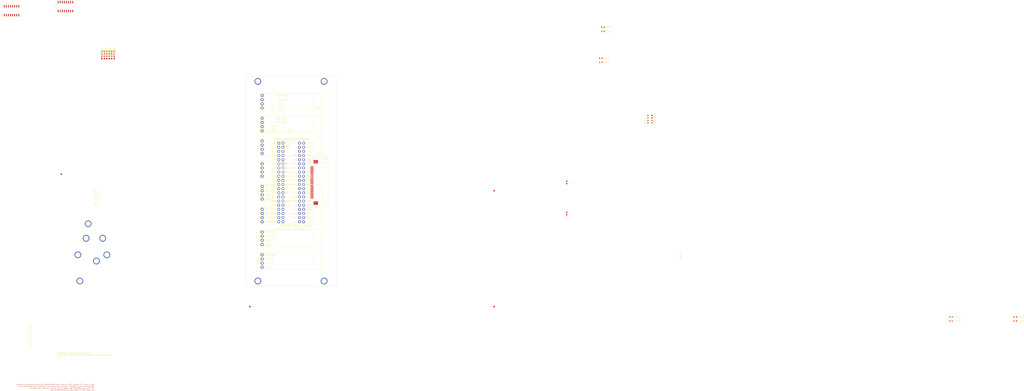
<source format=kicad_pcb>
(kicad_pcb (version 20171130) (host pcbnew "(5.0.0)")

  (general
    (thickness 1.6)
    (drawings 18)
    (tracks 0)
    (zones 0)
    (modules 53)
    (nets 67)
  )

  (page A4)
  (layers
    (0 F.Cu signal)
    (31 B.Cu signal)
    (32 B.Adhes user)
    (33 F.Adhes user)
    (34 B.Paste user)
    (35 F.Paste user)
    (36 B.SilkS user)
    (37 F.SilkS user)
    (38 B.Mask user)
    (39 F.Mask user)
    (40 Dwgs.User user hide)
    (41 Cmts.User user hide)
    (42 Eco1.User user hide)
    (43 Eco2.User user hide)
    (44 Edge.Cuts user)
    (45 Margin user hide)
    (46 B.CrtYd user hide)
    (47 F.CrtYd user hide)
    (48 B.Fab user hide)
    (49 F.Fab user hide)
  )

  (setup
    (last_trace_width 0.25)
    (trace_clearance 0.2)
    (zone_clearance 0.508)
    (zone_45_only no)
    (trace_min 0.2)
    (segment_width 0.2)
    (edge_width 0.1)
    (via_size 0.6)
    (via_drill 0.4)
    (via_min_size 0.4)
    (via_min_drill 0.3)
    (uvia_size 0.3)
    (uvia_drill 0.1)
    (uvias_allowed no)
    (uvia_min_size 0.2)
    (uvia_min_drill 0.1)
    (pcb_text_width 0.3)
    (pcb_text_size 1.5 1.5)
    (mod_edge_width 0.15)
    (mod_text_size 1 1)
    (mod_text_width 0.15)
    (pad_size 4.064 4.064)
    (pad_drill 3.048)
    (pad_to_mask_clearance 0)
    (aux_axis_origin 0 0)
    (visible_elements 7FFEF7FF)
    (pcbplotparams
      (layerselection 0x010fc_80000001)
      (usegerberextensions false)
      (usegerberattributes false)
      (usegerberadvancedattributes false)
      (creategerberjobfile false)
      (excludeedgelayer true)
      (linewidth 0.100000)
      (plotframeref false)
      (viasonmask false)
      (mode 1)
      (useauxorigin false)
      (hpglpennumber 1)
      (hpglpenspeed 20)
      (hpglpendiameter 15.000000)
      (psnegative false)
      (psa4output false)
      (plotreference true)
      (plotvalue true)
      (plotinvisibletext false)
      (padsonsilk false)
      (subtractmaskfromsilk false)
      (outputformat 1)
      (mirror false)
      (drillshape 0)
      (scaleselection 1)
      (outputdirectory "Output/PCB1005_Gerbers_2017-08-15/"))
  )

  (net 0 "")
  (net 1 GND)
  (net 2 +3V3)
  (net 3 /VOLUME)
  (net 4 /SPI_CLK)
  (net 5 /SPI_MISO)
  (net 6 /SPI_MOSI)
  (net 7 /CS_8_15)
  (net 8 /CS_0_7)
  (net 9 /!OLED_RESET)
  (net 10 /JOY_0_SW)
  (net 11 /JOY_1_SW)
  (net 12 /JOY_2_SW)
  (net 13 /JOY_3_SW)
  (net 14 /ANALOG_OUT)
  (net 15 /I2C_SCL0)
  (net 16 /I2C_SCL1)
  (net 17 /I2C_SCL2)
  (net 18 /I2C_SCL3)
  (net 19 /I2C_SDA0)
  (net 20 /I2C_SDA1)
  (net 21 /I2C_SDA2)
  (net 22 /I2C_SDA3)
  (net 23 /I2C_SCL_AXO)
  (net 24 /I2C_SDA_AXO)
  (net 25 /I2C_SC_AXO)
  (net 26 /RX_AXO)
  (net 27 /TX_AXO)
  (net 28 "Net-(R4-Pad2)")
  (net 29 /I2C_SCL_EXT)
  (net 30 /I2C_SDA_EXT)
  (net 31 /I2C_SDA4)
  (net 32 /I2C_SCL7)
  (net 33 /I2C_SCL4)
  (net 34 /I2C_SDA7)
  (net 35 /I2C_SDA5)
  (net 36 /I2C_SCL6)
  (net 37 /I2C_SCL5)
  (net 38 /I2C_SDA6)
  (net 39 "Net-(U5000-PadB12)")
  (net 40 "Net-(U5000-PadB13)")
  (net 41 "Net-(U5000-PadB14)")
  (net 42 "Net-(U5000-PadB15)")
  (net 43 "Net-(U5000-PadA8)")
  (net 44 "Net-(U5000-PadB1)")
  (net 45 "Net-(U5000-PadB0)")
  (net 46 "Net-(U5000-PadA11)")
  (net 47 "Net-(U5000-PadA12)")
  (net 48 "Net-(U5000-PadA6)")
  (net 49 "Net-(U5000-PadA15)")
  (net 50 "Net-(U5000-PadA5)")
  (net 51 "Net-(U5000-PadB3)")
  (net 52 "Net-(U5000-PadA4)")
  (net 53 "Net-(U5000-PadB4)")
  (net 54 /RX_EXT)
  (net 55 "Net-(U5000-PadB5)")
  (net 56 /TX_EXT)
  (net 57 "Net-(U5000-PadA1)")
  (net 58 "Net-(U5000-PadA0)")
  (net 59 "Net-(U5000-PadB8)")
  (net 60 "Net-(U5000-PadC15)")
  (net 61 "Net-(U5000-PadB9)")
  (net 62 "Net-(U5000-PadC14)")
  (net 63 "Net-(U5000-Pad5V)")
  (net 64 "Net-(U5000-PadC13)")
  (net 65 "Net-(U5000-PadVB)")
  (net 66 /RESET_AXO)

  (net_class Default "This is the default net class."
    (clearance 0.2)
    (trace_width 0.25)
    (via_dia 0.6)
    (via_drill 0.4)
    (uvia_dia 0.3)
    (uvia_drill 0.1)
    (add_net +3V3)
    (add_net /!OLED_RESET)
    (add_net /ANALOG_OUT)
    (add_net /CS_0_7)
    (add_net /CS_8_15)
    (add_net /I2C_SCL0)
    (add_net /I2C_SCL1)
    (add_net /I2C_SCL2)
    (add_net /I2C_SCL3)
    (add_net /I2C_SCL4)
    (add_net /I2C_SCL5)
    (add_net /I2C_SCL6)
    (add_net /I2C_SCL7)
    (add_net /I2C_SCL_AXO)
    (add_net /I2C_SCL_EXT)
    (add_net /I2C_SC_AXO)
    (add_net /I2C_SDA0)
    (add_net /I2C_SDA1)
    (add_net /I2C_SDA2)
    (add_net /I2C_SDA3)
    (add_net /I2C_SDA4)
    (add_net /I2C_SDA5)
    (add_net /I2C_SDA6)
    (add_net /I2C_SDA7)
    (add_net /I2C_SDA_AXO)
    (add_net /I2C_SDA_EXT)
    (add_net /JOY_0_SW)
    (add_net /JOY_1_SW)
    (add_net /JOY_2_SW)
    (add_net /JOY_3_SW)
    (add_net /RESET_AXO)
    (add_net /RX_AXO)
    (add_net /RX_EXT)
    (add_net /SPI_CLK)
    (add_net /SPI_MISO)
    (add_net /SPI_MOSI)
    (add_net /TX_AXO)
    (add_net /TX_EXT)
    (add_net /VOLUME)
    (add_net GND)
    (add_net "Net-(R4-Pad2)")
    (add_net "Net-(U5000-Pad5V)")
    (add_net "Net-(U5000-PadA0)")
    (add_net "Net-(U5000-PadA1)")
    (add_net "Net-(U5000-PadA11)")
    (add_net "Net-(U5000-PadA12)")
    (add_net "Net-(U5000-PadA15)")
    (add_net "Net-(U5000-PadA4)")
    (add_net "Net-(U5000-PadA5)")
    (add_net "Net-(U5000-PadA6)")
    (add_net "Net-(U5000-PadA8)")
    (add_net "Net-(U5000-PadB0)")
    (add_net "Net-(U5000-PadB1)")
    (add_net "Net-(U5000-PadB12)")
    (add_net "Net-(U5000-PadB13)")
    (add_net "Net-(U5000-PadB14)")
    (add_net "Net-(U5000-PadB15)")
    (add_net "Net-(U5000-PadB3)")
    (add_net "Net-(U5000-PadB4)")
    (add_net "Net-(U5000-PadB5)")
    (add_net "Net-(U5000-PadB8)")
    (add_net "Net-(U5000-PadB9)")
    (add_net "Net-(U5000-PadC13)")
    (add_net "Net-(U5000-PadC14)")
    (add_net "Net-(U5000-PadC15)")
    (add_net "Net-(U5000-PadVB)")
  )

  (module Connect:1pin (layer F.Cu) (tedit 58896CB2) (tstamp 59936448)
    (at 48.14 -125.5)
    (descr "module 1 pin (ou trou mecanique de percage)")
    (tags DEV)
    (fp_text reference REF** (at 0 -3.048) (layer F.SilkS) hide
      (effects (font (size 1 1) (thickness 0.15)))
    )
    (fp_text value 1pin (at 0 3) (layer F.Fab)
      (effects (font (size 1 1) (thickness 0.15)))
    )
    (fp_circle (center 0 0) (end 2 0.8) (layer F.Fab) (width 0.1))
    (fp_circle (center 0 0) (end 2.6 0) (layer F.CrtYd) (width 0.05))
    (fp_circle (center 0 0) (end 0 -2.286) (layer F.SilkS) (width 0.12))
    (pad 1 thru_hole circle (at 0 0) (size 4.064 4.064) (drill 3.048) (layers *.Cu *.Mask))
  )

  (module Connect:1pin (layer F.Cu) (tedit 58896CB2) (tstamp 59936438)
    (at -97.79 -29.21)
    (descr "module 1 pin (ou trou mecanique de percage)")
    (tags DEV)
    (fp_text reference REF** (at 0 -3.048) (layer F.SilkS) hide
      (effects (font (size 1 1) (thickness 0.15)))
    )
    (fp_text value 1pin (at 0 3) (layer F.Fab)
      (effects (font (size 1 1) (thickness 0.15)))
    )
    (fp_circle (center 0 0) (end 2 0.8) (layer F.Fab) (width 0.1))
    (fp_circle (center 0 0) (end 2.6 0) (layer F.CrtYd) (width 0.05))
    (fp_circle (center 0 0) (end 0 -2.286) (layer F.SilkS) (width 0.12))
    (pad 1 thru_hole circle (at 0 0) (size 4.064 4.064) (drill 3.048) (layers *.Cu *.Mask))
  )

  (module Connect:1pin (layer F.Cu) (tedit 58896CB2) (tstamp 599363EA)
    (at 7.5 -3)
    (descr "module 1 pin (ou trou mecanique de percage)")
    (tags DEV)
    (fp_text reference REF** (at 0 -3.048) (layer F.SilkS) hide
      (effects (font (size 1 1) (thickness 0.15)))
    )
    (fp_text value 1pin (at 0 3) (layer F.Fab)
      (effects (font (size 1 1) (thickness 0.15)))
    )
    (fp_circle (center 0 0) (end 2 0.8) (layer F.Fab) (width 0.1))
    (fp_circle (center 0 0) (end 2.6 0) (layer F.CrtYd) (width 0.05))
    (fp_circle (center 0 0) (end 0 -2.286) (layer F.SilkS) (width 0.12))
    (pad 1 thru_hole circle (at 0 0) (size 4.064 4.064) (drill 3.048) (layers *.Cu *.Mask))
  )

  (module Fiducials:Fiducial_1mm_Dia_2.54mm_Outer_CopperBottom (layer B.Cu) (tedit 58896CF4) (tstamp 59925DFB)
    (at 2.54 12.7)
    (descr "Circular Fiducial, 1mm bare copper bottom; 2.54mm keepout")
    (tags marker)
    (attr virtual)
    (fp_text reference REF** (at 3.4 -0.7) (layer B.SilkS) hide
      (effects (font (size 1 1) (thickness 0.15)) (justify mirror))
    )
    (fp_text value Fiducial_1mm_Dia_2.54mm_Outer_CopperBottom (at 0 1.8) (layer B.Fab)
      (effects (font (size 1 1) (thickness 0.15)) (justify mirror))
    )
    (fp_circle (center 0 0) (end 1.55 0) (layer F.CrtYd) (width 0.05))
    (pad ~ smd circle (at 0 0) (size 1 1) (layers F.Cu F.Mask)
      (solder_mask_margin 0.77) (clearance 0.77))
  )

  (module Connect:1pin (layer F.Cu) (tedit 58896CB2) (tstamp 596D379B)
    (at 48.14 -3)
    (descr "module 1 pin (ou trou mecanique de percage)")
    (tags DEV)
    (fp_text reference REF** (at 0 -3.048) (layer F.SilkS) hide
      (effects (font (size 1 1) (thickness 0.15)))
    )
    (fp_text value 1pin (at 0 3) (layer F.Fab)
      (effects (font (size 1 1) (thickness 0.15)))
    )
    (fp_circle (center 0 0) (end 2 0.8) (layer F.Fab) (width 0.1))
    (fp_circle (center 0 0) (end 2.6 0) (layer F.CrtYd) (width 0.05))
    (fp_circle (center 0 0) (end 0 -2.286) (layer F.SilkS) (width 0.12))
    (pad 1 thru_hole circle (at 0 0) (size 4.064 4.064) (drill 3.048) (layers *.Cu *.Mask))
  )

  (module Connect:1pin (layer F.Cu) (tedit 58896CB2) (tstamp 596D377B)
    (at -91.44 -15.24)
    (descr "module 1 pin (ou trou mecanique de percage)")
    (tags DEV)
    (fp_text reference REF** (at 0 -3.048) (layer F.SilkS) hide
      (effects (font (size 1 1) (thickness 0.15)))
    )
    (fp_text value 1pin (at 0 3) (layer F.Fab)
      (effects (font (size 1 1) (thickness 0.15)))
    )
    (fp_circle (center 0 0) (end 2 0.8) (layer F.Fab) (width 0.1))
    (fp_circle (center 0 0) (end 2.6 0) (layer F.CrtYd) (width 0.05))
    (fp_circle (center 0 0) (end 0 -2.286) (layer F.SilkS) (width 0.12))
    (pad 1 thru_hole circle (at 0 0) (size 4.064 4.064) (drill 3.048) (layers *.Cu *.Mask))
  )

  (module Connect:1pin (layer F.Cu) (tedit 58896CB2) (tstamp 596D375A)
    (at -101.6 -3)
    (descr "module 1 pin (ou trou mecanique de percage)")
    (tags DEV)
    (fp_text reference REF** (at 0 -3.048) (layer F.SilkS) hide
      (effects (font (size 1 1) (thickness 0.15)))
    )
    (fp_text value 1pin (at 0 3) (layer F.Fab)
      (effects (font (size 1 1) (thickness 0.15)))
    )
    (fp_circle (center 0 0) (end 2 0.8) (layer F.Fab) (width 0.1))
    (fp_circle (center 0 0) (end 2.6 0) (layer F.CrtYd) (width 0.05))
    (fp_circle (center 0 0) (end 0 -2.286) (layer F.SilkS) (width 0.12))
    (pad 1 thru_hole circle (at 0 0) (size 4.064 4.064) (drill 3.048) (layers *.Cu *.Mask))
  )

  (module Capacitors_SMD:C_0603 (layer F.Cu) (tedit 58AA844E) (tstamp 591E6139)
    (at 196.85 -44.45 270)
    (descr "Capacitor SMD 0603, reflow soldering, AVX (see smccp.pdf)")
    (tags "capacitor 0603")
    (path /582F4165)
    (attr smd)
    (fp_text reference C2 (at 2.54 0 270) (layer F.SilkS)
      (effects (font (size 1 1) (thickness 0.15)))
    )
    (fp_text value 0.1u (at 0 1.5 270) (layer F.Fab)
      (effects (font (size 1 1) (thickness 0.15)))
    )
    (fp_text user %R (at 0 -1.5 270) (layer F.Fab)
      (effects (font (size 1 1) (thickness 0.15)))
    )
    (fp_line (start -0.8 0.4) (end -0.8 -0.4) (layer F.Fab) (width 0.1))
    (fp_line (start 0.8 0.4) (end -0.8 0.4) (layer F.Fab) (width 0.1))
    (fp_line (start 0.8 -0.4) (end 0.8 0.4) (layer F.Fab) (width 0.1))
    (fp_line (start -0.8 -0.4) (end 0.8 -0.4) (layer F.Fab) (width 0.1))
    (fp_line (start -0.35 -0.6) (end 0.35 -0.6) (layer F.SilkS) (width 0.12))
    (fp_line (start 0.35 0.6) (end -0.35 0.6) (layer F.SilkS) (width 0.12))
    (fp_line (start -1.4 -0.65) (end 1.4 -0.65) (layer F.CrtYd) (width 0.05))
    (fp_line (start -1.4 -0.65) (end -1.4 0.65) (layer F.CrtYd) (width 0.05))
    (fp_line (start 1.4 0.65) (end 1.4 -0.65) (layer F.CrtYd) (width 0.05))
    (fp_line (start 1.4 0.65) (end -1.4 0.65) (layer F.CrtYd) (width 0.05))
    (pad 1 smd rect (at -0.75 0 270) (size 0.8 0.75) (layers F.Cu F.Paste F.Mask)
      (net 2 +3V3))
    (pad 2 smd rect (at 0.75 0 270) (size 0.8 0.75) (layers F.Cu F.Paste F.Mask)
      (net 1 GND))
    (model Capacitors_SMD.3dshapes/C_0603.wrl
      (at (xyz 0 0 0))
      (scale (xyz 1 1 1))
      (rotate (xyz 0 0 0))
    )
  )

  (module Connect:1pin (layer F.Cu) (tedit 58896CB2) (tstamp 582F5472)
    (at -102.87 -19.05)
    (descr "module 1 pin (ou trou mecanique de percage)")
    (tags DEV)
    (fp_text reference REF** (at 0 -3.048) (layer F.SilkS) hide
      (effects (font (size 1 1) (thickness 0.15)))
    )
    (fp_text value 1pin (at 0 3) (layer F.Fab)
      (effects (font (size 1 1) (thickness 0.15)))
    )
    (fp_circle (center 0 0) (end 2 0.8) (layer F.Fab) (width 0.1))
    (fp_circle (center 0 0) (end 2.6 0) (layer F.CrtYd) (width 0.05))
    (fp_circle (center 0 0) (end 0 -2.286) (layer F.SilkS) (width 0.12))
    (pad 1 thru_hole circle (at 0 0) (size 4.064 4.064) (drill 3.048) (layers *.Cu *.Mask))
  )

  (module Fiducials:Fiducial_1mm_Dia_2.54mm_Outer_CopperTop (layer F.Cu) (tedit 58896B7C) (tstamp 58899026)
    (at -113.03 -68.58)
    (descr "Circular Fiducial, 1mm bare copper top; 2.54mm keepout")
    (tags marker)
    (attr virtual)
    (fp_text reference REF** (at 3.4 0.7) (layer F.SilkS) hide
      (effects (font (size 1 1) (thickness 0.15)))
    )
    (fp_text value Fiducial_1mm_Dia_2.54mm_Outer_CopperTop (at 0 -1.8) (layer F.Fab)
      (effects (font (size 1 1) (thickness 0.15)))
    )
    (fp_circle (center 0 0) (end 1.55 0) (layer F.CrtYd) (width 0.05))
    (pad ~ smd circle (at 0 0) (size 1 1) (layers F.Cu F.Mask)
      (solder_mask_margin 0.77) (clearance 0.77))
  )

  (module Fiducials:Fiducial_1mm_Dia_2.54mm_Outer_CopperBottom (layer B.Cu) (tedit 58896CF4) (tstamp 58899043)
    (at 152.4 12.7)
    (descr "Circular Fiducial, 1mm bare copper bottom; 2.54mm keepout")
    (tags marker)
    (attr virtual)
    (fp_text reference REF** (at 3.4 -0.7) (layer B.SilkS) hide
      (effects (font (size 1 1) (thickness 0.15)) (justify mirror))
    )
    (fp_text value Fiducial_1mm_Dia_2.54mm_Outer_CopperBottom (at 0 1.8) (layer B.Fab)
      (effects (font (size 1 1) (thickness 0.15)) (justify mirror))
    )
    (fp_circle (center 0 0) (end 1.55 0) (layer F.CrtYd) (width 0.05))
    (pad ~ smd circle (at 0 0) (size 1 1) (layers F.Cu F.Mask)
      (solder_mask_margin 0.77) (clearance 0.77))
  )

  (module Connect:1pin (layer F.Cu) (tedit 58896CB2) (tstamp 591E28E8)
    (at -87.63 -29.21)
    (descr "module 1 pin (ou trou mecanique de percage)")
    (tags DEV)
    (fp_text reference REF** (at 0 -3.048) (layer F.SilkS) hide
      (effects (font (size 1 1) (thickness 0.15)))
    )
    (fp_text value 1pin (at 0 3) (layer F.Fab)
      (effects (font (size 1 1) (thickness 0.15)))
    )
    (fp_circle (center 0 0) (end 2 0.8) (layer F.Fab) (width 0.1))
    (fp_circle (center 0 0) (end 2.6 0) (layer F.CrtYd) (width 0.05))
    (fp_circle (center 0 0) (end 0 -2.286) (layer F.SilkS) (width 0.12))
    (pad 1 thru_hole circle (at 0 0) (size 4.064 4.064) (drill 3.048) (layers *.Cu *.Mask))
  )

  (module Connect:1pin (layer F.Cu) (tedit 58896CB2) (tstamp 591E2908)
    (at -85.09 -19.05)
    (descr "module 1 pin (ou trou mecanique de percage)")
    (tags DEV)
    (fp_text reference REF** (at 0 -3.048) (layer F.SilkS) hide
      (effects (font (size 1 1) (thickness 0.15)))
    )
    (fp_text value 1pin (at 0 3) (layer F.Fab)
      (effects (font (size 1 1) (thickness 0.15)))
    )
    (fp_circle (center 0 0) (end 2 0.8) (layer F.Fab) (width 0.1))
    (fp_circle (center 0 0) (end 2.6 0) (layer F.CrtYd) (width 0.05))
    (fp_circle (center 0 0) (end 0 -2.286) (layer F.SilkS) (width 0.12))
    (pad 1 thru_hole circle (at 0 0) (size 4.064 4.064) (drill 3.048) (layers *.Cu *.Mask))
  )

  (module Fiducials:Fiducial_1mm_Dia_2.54mm_Outer_CopperBottom (layer B.Cu) (tedit 58896CF4) (tstamp 591E2A6C)
    (at 152.4 -58.42)
    (descr "Circular Fiducial, 1mm bare copper bottom; 2.54mm keepout")
    (tags marker)
    (attr virtual)
    (fp_text reference REF** (at 3.4 -0.7) (layer B.SilkS) hide
      (effects (font (size 1 1) (thickness 0.15)) (justify mirror))
    )
    (fp_text value Fiducial_1mm_Dia_2.54mm_Outer_CopperBottom (at 0 1.8) (layer B.Fab)
      (effects (font (size 1 1) (thickness 0.15)) (justify mirror))
    )
    (fp_circle (center 0 0) (end 1.55 0) (layer F.CrtYd) (width 0.05))
    (pad ~ smd circle (at 0 0) (size 1 1) (layers F.Cu F.Mask)
      (solder_mask_margin 0.77) (clearance 0.77))
  )

  (module Connect:1pin (layer F.Cu) (tedit 58896CB2) (tstamp 592F132B)
    (at 7.5 -125.5)
    (descr "module 1 pin (ou trou mecanique de percage)")
    (tags DEV)
    (fp_text reference REF** (at 0 -3.048) (layer F.SilkS) hide
      (effects (font (size 1 1) (thickness 0.15)))
    )
    (fp_text value 1pin (at 0 3) (layer F.Fab)
      (effects (font (size 1 1) (thickness 0.15)))
    )
    (fp_circle (center 0 0) (end 2 0.8) (layer F.Fab) (width 0.1))
    (fp_circle (center 0 0) (end 2.6 0) (layer F.CrtYd) (width 0.05))
    (fp_circle (center 0 0) (end 0 -2.286) (layer F.SilkS) (width 0.12))
    (pad 1 thru_hole circle (at 0 0) (size 4.064 4.064) (drill 3.048) (layers *.Cu *.Mask))
  )

  (module Connect:1pin (layer F.Cu) (tedit 58896CB2) (tstamp 595DBFAF)
    (at -96.52 -38.1)
    (descr "module 1 pin (ou trou mecanique de percage)")
    (tags DEV)
    (fp_text reference REF** (at 0 -3.048) (layer F.SilkS) hide
      (effects (font (size 1 1) (thickness 0.15)))
    )
    (fp_text value 1pin (at 0 3) (layer F.Fab)
      (effects (font (size 1 1) (thickness 0.15)))
    )
    (fp_circle (center 0 0) (end 2 0.8) (layer F.Fab) (width 0.1))
    (fp_circle (center 0 0) (end 2.6 0) (layer F.CrtYd) (width 0.05))
    (fp_circle (center 0 0) (end 0 -2.286) (layer F.SilkS) (width 0.12))
    (pad 1 thru_hole circle (at 0 0) (size 4.064 4.064) (drill 3.048) (layers *.Cu *.Mask))
  )

  (module Liberry:FFC_1MM_20POS_MOLEX_52271-2079 (layer F.Cu) (tedit 596EA7D6) (tstamp 5B6668D9)
    (at 40.64 -63.5 90)
    (path /59850256)
    (fp_text reference J2 (at 12.5 -1 90) (layer F.SilkS)
      (effects (font (size 1 1) (thickness 0.15)))
    )
    (fp_text value FPC_20POS (at 1 11 90) (layer F.Fab)
      (effects (font (size 1 1) (thickness 0.15)))
    )
    (fp_line (start 14 10) (end 14 -3) (layer F.SilkS) (width 0.15))
    (fp_line (start 12 10) (end 14 10) (layer F.SilkS) (width 0.15))
    (fp_line (start -14 10) (end -12 10) (layer F.SilkS) (width 0.15))
    (fp_line (start -14 -3) (end -14 10) (layer F.SilkS) (width 0.15))
    (fp_text user 52271-1679 (at 15 5 180) (layer F.SilkS)
      (effects (font (size 1 1) (thickness 0.15)))
    )
    (fp_circle (center -11 -2) (end -10.5 -2) (layer F.SilkS) (width 0.15))
    (fp_line (start -10 0) (end -12 0) (layer F.SilkS) (width 0.15))
    (fp_line (start 12 0) (end 10 0) (layer F.SilkS) (width 0.15))
    (fp_line (start 12 10) (end 12 0) (layer F.SilkS) (width 0.15))
    (fp_line (start -12 10) (end 12 10) (layer F.SilkS) (width 0.15))
    (fp_line (start -12 0) (end -12 10) (layer F.SilkS) (width 0.15))
    (fp_line (start -11.6 1.55) (end -9.95 1.55) (layer F.CrtYd) (width 0.15))
    (fp_line (start -9.95 3.15) (end -9.95 1.55) (layer F.CrtYd) (width 0.15))
    (fp_line (start -11.6 3.15) (end -9.95 3.15) (layer F.CrtYd) (width 0.15))
    (fp_line (start -11.6 1.55) (end -11.6 3.15) (layer F.CrtYd) (width 0.15))
    (fp_line (start 11.6 3.15) (end 11.6 1.55) (layer F.CrtYd) (width 0.15))
    (fp_line (start 9.95 1.55) (end 11.6 1.55) (layer F.CrtYd) (width 0.15))
    (fp_line (start 9.95 3.15) (end 11.6 3.15) (layer F.CrtYd) (width 0.15))
    (fp_line (start 9.95 1.55) (end 9.95 3.15) (layer F.CrtYd) (width 0.15))
    (pad 1 smd rect (at -9.5 0 90) (size 0.6 1.9) (layers F.Cu F.Paste F.Mask)
      (net 1 GND))
    (pad 2 smd rect (at -8.5 0 90) (size 0.6 1.9) (layers F.Cu F.Paste F.Mask)
      (net 1 GND))
    (pad 3 smd rect (at -7.5 0 90) (size 0.6 1.9) (layers F.Cu F.Paste F.Mask)
      (net 25 /I2C_SC_AXO))
    (pad 4 smd rect (at -6.5 0 90) (size 0.6 1.9) (layers F.Cu F.Paste F.Mask)
      (net 24 /I2C_SDA_AXO))
    (pad 5 smd rect (at -5.5 0 90) (size 0.6 1.9) (layers F.Cu F.Paste F.Mask)
      (net 5 /SPI_MISO))
    (pad 6 smd rect (at -4.5 0 90) (size 0.6 1.9) (layers F.Cu F.Paste F.Mask)
      (net 6 /SPI_MOSI))
    (pad 7 smd rect (at -3.5 0 90) (size 0.6 1.9) (layers F.Cu F.Paste F.Mask)
      (net 4 /SPI_CLK))
    (pad 8 smd rect (at -2.5 0 90) (size 0.6 1.9) (layers F.Cu F.Paste F.Mask)
      (net 26 /RX_AXO))
    (pad 9 smd rect (at -1.5 0 90) (size 0.6 1.9) (layers F.Cu F.Paste F.Mask)
      (net 27 /TX_AXO))
    (pad 10 smd rect (at -0.5 0 90) (size 0.6 1.9) (layers F.Cu F.Paste F.Mask)
      (net 3 /VOLUME))
    (pad 11 smd rect (at 0.5 0 90) (size 0.6 1.9) (layers F.Cu F.Paste F.Mask)
      (net 7 /CS_8_15))
    (pad 12 smd rect (at 1.5 0 90) (size 0.6 1.9) (layers F.Cu F.Paste F.Mask)
      (net 8 /CS_0_7))
    (pad 13 smd rect (at 2.5 0 90) (size 0.6 1.9) (layers F.Cu F.Paste F.Mask)
      (net 13 /JOY_3_SW))
    (pad 14 smd rect (at 3.5 0 90) (size 0.6 1.9) (layers F.Cu F.Paste F.Mask)
      (net 12 /JOY_2_SW))
    (pad 15 smd rect (at 4.5 0 90) (size 0.6 1.9) (layers F.Cu F.Paste F.Mask)
      (net 11 /JOY_1_SW))
    (pad 16 smd rect (at 5.5 0 90) (size 0.6 1.9) (layers F.Cu F.Paste F.Mask)
      (net 10 /JOY_0_SW))
    (pad "" smd rect (at 12.65 2.35 90) (size 2.1 2.8) (layers F.Cu F.Paste F.Mask))
    (pad "" smd rect (at -12.65 2.35 90) (size 2.1 2.8) (layers F.Cu F.Paste F.Mask))
    (pad 17 smd rect (at 6.5 0 90) (size 0.6 1.9) (layers F.Cu F.Paste F.Mask)
      (net 66 /RESET_AXO))
    (pad 18 smd rect (at 7.5 0 90) (size 0.6 1.9) (layers F.Cu F.Paste F.Mask)
      (net 14 /ANALOG_OUT))
    (pad 19 smd rect (at 8.5 0 90) (size 0.6 1.9) (layers F.Cu F.Paste F.Mask)
      (net 2 +3V3))
    (pad 20 smd rect (at 9.5 0 90) (size 0.6 1.9) (layers F.Cu F.Paste F.Mask)
      (net 2 +3V3))
    (model ../../../../../../Users/danie/Documents/WIP/Believotron/Believotron-Github/BelievotronWanderlustHardware/Liberry.pretty/3D_Files/FPC_1MM_20POS_BOTTOM_MOLEX_522712079.wrl
      (offset (xyz 0 -0.7999983879852296 0))
      (scale (xyz 0.4 0.4 0.4))
      (rotate (xyz -90 0 0))
    )
  )

  (module Capacitors_SMD:C_0603 (layer F.Cu) (tedit 58AA844E) (tstamp 599247BF)
    (at 196.85 -63.5 270)
    (descr "Capacitor SMD 0603, reflow soldering, AVX (see smccp.pdf)")
    (tags "capacitor 0603")
    (path /59924C4D)
    (attr smd)
    (fp_text reference C1 (at 0 -1.5 270) (layer F.SilkS)
      (effects (font (size 1 1) (thickness 0.15)))
    )
    (fp_text value 0.1u (at 0 1.5 270) (layer F.Fab)
      (effects (font (size 1 1) (thickness 0.15)))
    )
    (fp_text user %R (at 0 -1.5 270) (layer F.Fab)
      (effects (font (size 1 1) (thickness 0.15)))
    )
    (fp_line (start -0.8 0.4) (end -0.8 -0.4) (layer F.Fab) (width 0.1))
    (fp_line (start 0.8 0.4) (end -0.8 0.4) (layer F.Fab) (width 0.1))
    (fp_line (start 0.8 -0.4) (end 0.8 0.4) (layer F.Fab) (width 0.1))
    (fp_line (start -0.8 -0.4) (end 0.8 -0.4) (layer F.Fab) (width 0.1))
    (fp_line (start -0.35 -0.6) (end 0.35 -0.6) (layer F.SilkS) (width 0.12))
    (fp_line (start 0.35 0.6) (end -0.35 0.6) (layer F.SilkS) (width 0.12))
    (fp_line (start -1.4 -0.65) (end 1.4 -0.65) (layer F.CrtYd) (width 0.05))
    (fp_line (start -1.4 -0.65) (end -1.4 0.65) (layer F.CrtYd) (width 0.05))
    (fp_line (start 1.4 0.65) (end 1.4 -0.65) (layer F.CrtYd) (width 0.05))
    (fp_line (start 1.4 0.65) (end -1.4 0.65) (layer F.CrtYd) (width 0.05))
    (pad 1 smd rect (at -0.75 0 270) (size 0.8 0.75) (layers F.Cu F.Paste F.Mask)
      (net 2 +3V3))
    (pad 2 smd rect (at 0.75 0 270) (size 0.8 0.75) (layers F.Cu F.Paste F.Mask)
      (net 1 GND))
    (model Capacitors_SMD.3dshapes/C_0603.wrl
      (at (xyz 0 0 0))
      (scale (xyz 1 1 1))
      (rotate (xyz 0 0 0))
    )
  )

  (module Capacitors_SMD:C_0603 (layer F.Cu) (tedit 58AA844E) (tstamp 599247D0)
    (at 249.174 -103.886 90)
    (descr "Capacitor SMD 0603, reflow soldering, AVX (see smccp.pdf)")
    (tags "capacitor 0603")
    (path /599277B2)
    (attr smd)
    (fp_text reference C3 (at 0 -4.064 90) (layer F.SilkS)
      (effects (font (size 1 1) (thickness 0.15)))
    )
    (fp_text value 0.1u (at 0 1.5 90) (layer F.Fab)
      (effects (font (size 1 1) (thickness 0.15)))
    )
    (fp_text user %R (at 0 -1.5 90) (layer F.Fab)
      (effects (font (size 1 1) (thickness 0.15)))
    )
    (fp_line (start -0.8 0.4) (end -0.8 -0.4) (layer F.Fab) (width 0.1))
    (fp_line (start 0.8 0.4) (end -0.8 0.4) (layer F.Fab) (width 0.1))
    (fp_line (start 0.8 -0.4) (end 0.8 0.4) (layer F.Fab) (width 0.1))
    (fp_line (start -0.8 -0.4) (end 0.8 -0.4) (layer F.Fab) (width 0.1))
    (fp_line (start -0.35 -0.6) (end 0.35 -0.6) (layer F.SilkS) (width 0.12))
    (fp_line (start 0.35 0.6) (end -0.35 0.6) (layer F.SilkS) (width 0.12))
    (fp_line (start -1.4 -0.65) (end 1.4 -0.65) (layer F.CrtYd) (width 0.05))
    (fp_line (start -1.4 -0.65) (end -1.4 0.65) (layer F.CrtYd) (width 0.05))
    (fp_line (start 1.4 0.65) (end 1.4 -0.65) (layer F.CrtYd) (width 0.05))
    (fp_line (start 1.4 0.65) (end -1.4 0.65) (layer F.CrtYd) (width 0.05))
    (pad 1 smd rect (at -0.75 0 90) (size 0.8 0.75) (layers F.Cu F.Paste F.Mask)
      (net 2 +3V3))
    (pad 2 smd rect (at 0.75 0 90) (size 0.8 0.75) (layers F.Cu F.Paste F.Mask)
      (net 1 GND))
    (model Capacitors_SMD.3dshapes/C_0603.wrl
      (at (xyz 0 0 0))
      (scale (xyz 1 1 1))
      (rotate (xyz 0 0 0))
    )
  )

  (module Resistors_SMD:R_0603 (layer F.Cu) (tedit 58E0A804) (tstamp 59924861)
    (at 246.634 -100.838 270)
    (descr "Resistor SMD 0603, reflow soldering, Vishay (see dcrcw.pdf)")
    (tags "resistor 0603")
    (path /599277CD)
    (attr smd)
    (fp_text reference RC0 (at 0 1.524 270) (layer F.SilkS)
      (effects (font (size 1 1) (thickness 0.15)))
    )
    (fp_text value 10K (at 0 1.5 270) (layer F.Fab)
      (effects (font (size 1 1) (thickness 0.15)))
    )
    (fp_text user %R (at 0 0 270) (layer F.Fab)
      (effects (font (size 0.4 0.4) (thickness 0.075)))
    )
    (fp_line (start -0.8 0.4) (end -0.8 -0.4) (layer F.Fab) (width 0.1))
    (fp_line (start 0.8 0.4) (end -0.8 0.4) (layer F.Fab) (width 0.1))
    (fp_line (start 0.8 -0.4) (end 0.8 0.4) (layer F.Fab) (width 0.1))
    (fp_line (start -0.8 -0.4) (end 0.8 -0.4) (layer F.Fab) (width 0.1))
    (fp_line (start 0.5 0.68) (end -0.5 0.68) (layer F.SilkS) (width 0.12))
    (fp_line (start -0.5 -0.68) (end 0.5 -0.68) (layer F.SilkS) (width 0.12))
    (fp_line (start -1.25 -0.7) (end 1.25 -0.7) (layer F.CrtYd) (width 0.05))
    (fp_line (start -1.25 -0.7) (end -1.25 0.7) (layer F.CrtYd) (width 0.05))
    (fp_line (start 1.25 0.7) (end 1.25 -0.7) (layer F.CrtYd) (width 0.05))
    (fp_line (start 1.25 0.7) (end -1.25 0.7) (layer F.CrtYd) (width 0.05))
    (pad 1 smd rect (at -0.75 0 270) (size 0.5 0.9) (layers F.Cu F.Paste F.Mask)
      (net 2 +3V3))
    (pad 2 smd rect (at 0.75 0 270) (size 0.5 0.9) (layers F.Cu F.Paste F.Mask)
      (net 29 /I2C_SCL_EXT))
    (model ${KISYS3DMOD}/Resistors_SMD.3dshapes/R_0603.wrl
      (at (xyz 0 0 0))
      (scale (xyz 1 1 1))
      (rotate (xyz 0 0 0))
    )
  )

  (module Resistors_SMD:R_0603 (layer F.Cu) (tedit 58E0A804) (tstamp 59924872)
    (at 432.435 21.59 180)
    (descr "Resistor SMD 0603, reflow soldering, Vishay (see dcrcw.pdf)")
    (tags "resistor 0603")
    (path /59927731)
    (attr smd)
    (fp_text reference RC10 (at -3.81 0 180) (layer F.SilkS)
      (effects (font (size 1 1) (thickness 0.15)))
    )
    (fp_text value 10K (at 0 1.5 180) (layer F.Fab)
      (effects (font (size 1 1) (thickness 0.15)))
    )
    (fp_text user %R (at 0 0 180) (layer F.Fab)
      (effects (font (size 0.4 0.4) (thickness 0.075)))
    )
    (fp_line (start -0.8 0.4) (end -0.8 -0.4) (layer F.Fab) (width 0.1))
    (fp_line (start 0.8 0.4) (end -0.8 0.4) (layer F.Fab) (width 0.1))
    (fp_line (start 0.8 -0.4) (end 0.8 0.4) (layer F.Fab) (width 0.1))
    (fp_line (start -0.8 -0.4) (end 0.8 -0.4) (layer F.Fab) (width 0.1))
    (fp_line (start 0.5 0.68) (end -0.5 0.68) (layer F.SilkS) (width 0.12))
    (fp_line (start -0.5 -0.68) (end 0.5 -0.68) (layer F.SilkS) (width 0.12))
    (fp_line (start -1.25 -0.7) (end 1.25 -0.7) (layer F.CrtYd) (width 0.05))
    (fp_line (start -1.25 -0.7) (end -1.25 0.7) (layer F.CrtYd) (width 0.05))
    (fp_line (start 1.25 0.7) (end 1.25 -0.7) (layer F.CrtYd) (width 0.05))
    (fp_line (start 1.25 0.7) (end -1.25 0.7) (layer F.CrtYd) (width 0.05))
    (pad 1 smd rect (at -0.75 0 180) (size 0.5 0.9) (layers F.Cu F.Paste F.Mask)
      (net 2 +3V3))
    (pad 2 smd rect (at 0.75 0 180) (size 0.5 0.9) (layers F.Cu F.Paste F.Mask)
      (net 15 /I2C_SCL0))
    (model ${KISYS3DMOD}/Resistors_SMD.3dshapes/R_0603.wrl
      (at (xyz 0 0 0))
      (scale (xyz 1 1 1))
      (rotate (xyz 0 0 0))
    )
  )

  (module Resistors_SMD:R_0603 (layer F.Cu) (tedit 58E0A804) (tstamp 59924883)
    (at 471.805 21.59 180)
    (descr "Resistor SMD 0603, reflow soldering, Vishay (see dcrcw.pdf)")
    (tags "resistor 0603")
    (path /59927743)
    (attr smd)
    (fp_text reference RC20 (at -3.175 0 180) (layer F.SilkS)
      (effects (font (size 1 1) (thickness 0.15)))
    )
    (fp_text value 10K (at 0 1.5 180) (layer F.Fab)
      (effects (font (size 1 1) (thickness 0.15)))
    )
    (fp_text user %R (at 0 0 180) (layer F.Fab)
      (effects (font (size 0.4 0.4) (thickness 0.075)))
    )
    (fp_line (start -0.8 0.4) (end -0.8 -0.4) (layer F.Fab) (width 0.1))
    (fp_line (start 0.8 0.4) (end -0.8 0.4) (layer F.Fab) (width 0.1))
    (fp_line (start 0.8 -0.4) (end 0.8 0.4) (layer F.Fab) (width 0.1))
    (fp_line (start -0.8 -0.4) (end 0.8 -0.4) (layer F.Fab) (width 0.1))
    (fp_line (start 0.5 0.68) (end -0.5 0.68) (layer F.SilkS) (width 0.12))
    (fp_line (start -0.5 -0.68) (end 0.5 -0.68) (layer F.SilkS) (width 0.12))
    (fp_line (start -1.25 -0.7) (end 1.25 -0.7) (layer F.CrtYd) (width 0.05))
    (fp_line (start -1.25 -0.7) (end -1.25 0.7) (layer F.CrtYd) (width 0.05))
    (fp_line (start 1.25 0.7) (end 1.25 -0.7) (layer F.CrtYd) (width 0.05))
    (fp_line (start 1.25 0.7) (end -1.25 0.7) (layer F.CrtYd) (width 0.05))
    (pad 1 smd rect (at -0.75 0 180) (size 0.5 0.9) (layers F.Cu F.Paste F.Mask)
      (net 2 +3V3))
    (pad 2 smd rect (at 0.75 0 180) (size 0.5 0.9) (layers F.Cu F.Paste F.Mask)
      (net 16 /I2C_SCL1))
    (model ${KISYS3DMOD}/Resistors_SMD.3dshapes/R_0603.wrl
      (at (xyz 0 0 0))
      (scale (xyz 1 1 1))
      (rotate (xyz 0 0 0))
    )
  )

  (module Resistors_SMD:R_0603 (layer F.Cu) (tedit 58E0A804) (tstamp 59924894)
    (at 219.075 -156.21 180)
    (descr "Resistor SMD 0603, reflow soldering, Vishay (see dcrcw.pdf)")
    (tags "resistor 0603")
    (path /59927755)
    (attr smd)
    (fp_text reference RC30 (at -3.06 0 180) (layer F.SilkS)
      (effects (font (size 1 1) (thickness 0.15)))
    )
    (fp_text value 10K (at 0 1.5 180) (layer F.Fab)
      (effects (font (size 1 1) (thickness 0.15)))
    )
    (fp_text user %R (at 0 0 180) (layer F.Fab)
      (effects (font (size 0.4 0.4) (thickness 0.075)))
    )
    (fp_line (start -0.8 0.4) (end -0.8 -0.4) (layer F.Fab) (width 0.1))
    (fp_line (start 0.8 0.4) (end -0.8 0.4) (layer F.Fab) (width 0.1))
    (fp_line (start 0.8 -0.4) (end 0.8 0.4) (layer F.Fab) (width 0.1))
    (fp_line (start -0.8 -0.4) (end 0.8 -0.4) (layer F.Fab) (width 0.1))
    (fp_line (start 0.5 0.68) (end -0.5 0.68) (layer F.SilkS) (width 0.12))
    (fp_line (start -0.5 -0.68) (end 0.5 -0.68) (layer F.SilkS) (width 0.12))
    (fp_line (start -1.25 -0.7) (end 1.25 -0.7) (layer F.CrtYd) (width 0.05))
    (fp_line (start -1.25 -0.7) (end -1.25 0.7) (layer F.CrtYd) (width 0.05))
    (fp_line (start 1.25 0.7) (end 1.25 -0.7) (layer F.CrtYd) (width 0.05))
    (fp_line (start 1.25 0.7) (end -1.25 0.7) (layer F.CrtYd) (width 0.05))
    (pad 1 smd rect (at -0.75 0 180) (size 0.5 0.9) (layers F.Cu F.Paste F.Mask)
      (net 2 +3V3))
    (pad 2 smd rect (at 0.75 0 180) (size 0.5 0.9) (layers F.Cu F.Paste F.Mask)
      (net 17 /I2C_SCL2))
    (model ${KISYS3DMOD}/Resistors_SMD.3dshapes/R_0603.wrl
      (at (xyz 0 0 0))
      (scale (xyz 1 1 1))
      (rotate (xyz 0 0 0))
    )
  )

  (module Resistors_SMD:R_0603 (layer F.Cu) (tedit 58E0A804) (tstamp 599248A5)
    (at 217.805 -137.16 180)
    (descr "Resistor SMD 0603, reflow soldering, Vishay (see dcrcw.pdf)")
    (tags "resistor 0603")
    (path /59927767)
    (attr smd)
    (fp_text reference RC40 (at -3.29 0 180) (layer F.SilkS)
      (effects (font (size 1 1) (thickness 0.15)))
    )
    (fp_text value 10K (at 0 1.5 180) (layer F.Fab)
      (effects (font (size 1 1) (thickness 0.15)))
    )
    (fp_text user %R (at 0 0 180) (layer F.Fab)
      (effects (font (size 0.4 0.4) (thickness 0.075)))
    )
    (fp_line (start -0.8 0.4) (end -0.8 -0.4) (layer F.Fab) (width 0.1))
    (fp_line (start 0.8 0.4) (end -0.8 0.4) (layer F.Fab) (width 0.1))
    (fp_line (start 0.8 -0.4) (end 0.8 0.4) (layer F.Fab) (width 0.1))
    (fp_line (start -0.8 -0.4) (end 0.8 -0.4) (layer F.Fab) (width 0.1))
    (fp_line (start 0.5 0.68) (end -0.5 0.68) (layer F.SilkS) (width 0.12))
    (fp_line (start -0.5 -0.68) (end 0.5 -0.68) (layer F.SilkS) (width 0.12))
    (fp_line (start -1.25 -0.7) (end 1.25 -0.7) (layer F.CrtYd) (width 0.05))
    (fp_line (start -1.25 -0.7) (end -1.25 0.7) (layer F.CrtYd) (width 0.05))
    (fp_line (start 1.25 0.7) (end 1.25 -0.7) (layer F.CrtYd) (width 0.05))
    (fp_line (start 1.25 0.7) (end -1.25 0.7) (layer F.CrtYd) (width 0.05))
    (pad 1 smd rect (at -0.75 0 180) (size 0.5 0.9) (layers F.Cu F.Paste F.Mask)
      (net 2 +3V3))
    (pad 2 smd rect (at 0.75 0 180) (size 0.5 0.9) (layers F.Cu F.Paste F.Mask)
      (net 18 /I2C_SCL3))
    (model ${KISYS3DMOD}/Resistors_SMD.3dshapes/R_0603.wrl
      (at (xyz 0 0 0))
      (scale (xyz 1 1 1))
      (rotate (xyz 0 0 0))
    )
  )

  (module Resistors_SMD:R_0603 (layer F.Cu) (tedit 58E0A804) (tstamp 599248B6)
    (at 246.634 -103.886 90)
    (descr "Resistor SMD 0603, reflow soldering, Vishay (see dcrcw.pdf)")
    (tags "resistor 0603")
    (path /599277C4)
    (attr smd)
    (fp_text reference RD0 (at 0 4.064 90) (layer F.SilkS)
      (effects (font (size 1 1) (thickness 0.15)))
    )
    (fp_text value 10K (at 0 1.5 90) (layer F.Fab)
      (effects (font (size 1 1) (thickness 0.15)))
    )
    (fp_text user %R (at 0 0 90) (layer F.Fab)
      (effects (font (size 0.4 0.4) (thickness 0.075)))
    )
    (fp_line (start -0.8 0.4) (end -0.8 -0.4) (layer F.Fab) (width 0.1))
    (fp_line (start 0.8 0.4) (end -0.8 0.4) (layer F.Fab) (width 0.1))
    (fp_line (start 0.8 -0.4) (end 0.8 0.4) (layer F.Fab) (width 0.1))
    (fp_line (start -0.8 -0.4) (end 0.8 -0.4) (layer F.Fab) (width 0.1))
    (fp_line (start 0.5 0.68) (end -0.5 0.68) (layer F.SilkS) (width 0.12))
    (fp_line (start -0.5 -0.68) (end 0.5 -0.68) (layer F.SilkS) (width 0.12))
    (fp_line (start -1.25 -0.7) (end 1.25 -0.7) (layer F.CrtYd) (width 0.05))
    (fp_line (start -1.25 -0.7) (end -1.25 0.7) (layer F.CrtYd) (width 0.05))
    (fp_line (start 1.25 0.7) (end 1.25 -0.7) (layer F.CrtYd) (width 0.05))
    (fp_line (start 1.25 0.7) (end -1.25 0.7) (layer F.CrtYd) (width 0.05))
    (pad 1 smd rect (at -0.75 0 90) (size 0.5 0.9) (layers F.Cu F.Paste F.Mask)
      (net 2 +3V3))
    (pad 2 smd rect (at 0.75 0 90) (size 0.5 0.9) (layers F.Cu F.Paste F.Mask)
      (net 30 /I2C_SDA_EXT))
    (model ${KISYS3DMOD}/Resistors_SMD.3dshapes/R_0603.wrl
      (at (xyz 0 0 0))
      (scale (xyz 1 1 1))
      (rotate (xyz 0 0 0))
    )
  )

  (module Resistors_SMD:R_0603 (layer F.Cu) (tedit 58E0A804) (tstamp 599248C7)
    (at 432.435 19.05 180)
    (descr "Resistor SMD 0603, reflow soldering, Vishay (see dcrcw.pdf)")
    (tags "resistor 0603")
    (path /59927728)
    (attr smd)
    (fp_text reference RD10 (at -3.81 0 180) (layer F.SilkS)
      (effects (font (size 1 1) (thickness 0.15)))
    )
    (fp_text value 10K (at 0 1.5 180) (layer F.Fab)
      (effects (font (size 1 1) (thickness 0.15)))
    )
    (fp_text user %R (at 0 0 180) (layer F.Fab)
      (effects (font (size 0.4 0.4) (thickness 0.075)))
    )
    (fp_line (start -0.8 0.4) (end -0.8 -0.4) (layer F.Fab) (width 0.1))
    (fp_line (start 0.8 0.4) (end -0.8 0.4) (layer F.Fab) (width 0.1))
    (fp_line (start 0.8 -0.4) (end 0.8 0.4) (layer F.Fab) (width 0.1))
    (fp_line (start -0.8 -0.4) (end 0.8 -0.4) (layer F.Fab) (width 0.1))
    (fp_line (start 0.5 0.68) (end -0.5 0.68) (layer F.SilkS) (width 0.12))
    (fp_line (start -0.5 -0.68) (end 0.5 -0.68) (layer F.SilkS) (width 0.12))
    (fp_line (start -1.25 -0.7) (end 1.25 -0.7) (layer F.CrtYd) (width 0.05))
    (fp_line (start -1.25 -0.7) (end -1.25 0.7) (layer F.CrtYd) (width 0.05))
    (fp_line (start 1.25 0.7) (end 1.25 -0.7) (layer F.CrtYd) (width 0.05))
    (fp_line (start 1.25 0.7) (end -1.25 0.7) (layer F.CrtYd) (width 0.05))
    (pad 1 smd rect (at -0.75 0 180) (size 0.5 0.9) (layers F.Cu F.Paste F.Mask)
      (net 2 +3V3))
    (pad 2 smd rect (at 0.75 0 180) (size 0.5 0.9) (layers F.Cu F.Paste F.Mask)
      (net 19 /I2C_SDA0))
    (model ${KISYS3DMOD}/Resistors_SMD.3dshapes/R_0603.wrl
      (at (xyz 0 0 0))
      (scale (xyz 1 1 1))
      (rotate (xyz 0 0 0))
    )
  )

  (module Resistors_SMD:R_0603 (layer F.Cu) (tedit 58E0A804) (tstamp 599248D8)
    (at 471.805 19.05 180)
    (descr "Resistor SMD 0603, reflow soldering, Vishay (see dcrcw.pdf)")
    (tags "resistor 0603")
    (path /5992773A)
    (attr smd)
    (fp_text reference RD20 (at -3.29 0 180) (layer F.SilkS)
      (effects (font (size 1 1) (thickness 0.15)))
    )
    (fp_text value 10K (at 0 1.5 180) (layer F.Fab)
      (effects (font (size 1 1) (thickness 0.15)))
    )
    (fp_text user %R (at 0 0 180) (layer F.Fab)
      (effects (font (size 0.4 0.4) (thickness 0.075)))
    )
    (fp_line (start -0.8 0.4) (end -0.8 -0.4) (layer F.Fab) (width 0.1))
    (fp_line (start 0.8 0.4) (end -0.8 0.4) (layer F.Fab) (width 0.1))
    (fp_line (start 0.8 -0.4) (end 0.8 0.4) (layer F.Fab) (width 0.1))
    (fp_line (start -0.8 -0.4) (end 0.8 -0.4) (layer F.Fab) (width 0.1))
    (fp_line (start 0.5 0.68) (end -0.5 0.68) (layer F.SilkS) (width 0.12))
    (fp_line (start -0.5 -0.68) (end 0.5 -0.68) (layer F.SilkS) (width 0.12))
    (fp_line (start -1.25 -0.7) (end 1.25 -0.7) (layer F.CrtYd) (width 0.05))
    (fp_line (start -1.25 -0.7) (end -1.25 0.7) (layer F.CrtYd) (width 0.05))
    (fp_line (start 1.25 0.7) (end 1.25 -0.7) (layer F.CrtYd) (width 0.05))
    (fp_line (start 1.25 0.7) (end -1.25 0.7) (layer F.CrtYd) (width 0.05))
    (pad 1 smd rect (at -0.75 0 180) (size 0.5 0.9) (layers F.Cu F.Paste F.Mask)
      (net 2 +3V3))
    (pad 2 smd rect (at 0.75 0 180) (size 0.5 0.9) (layers F.Cu F.Paste F.Mask)
      (net 20 /I2C_SDA1))
    (model ${KISYS3DMOD}/Resistors_SMD.3dshapes/R_0603.wrl
      (at (xyz 0 0 0))
      (scale (xyz 1 1 1))
      (rotate (xyz 0 0 0))
    )
  )

  (module Resistors_SMD:R_0603 (layer F.Cu) (tedit 58E0A804) (tstamp 599248E9)
    (at 219.075 -158.75 180)
    (descr "Resistor SMD 0603, reflow soldering, Vishay (see dcrcw.pdf)")
    (tags "resistor 0603")
    (path /5992774C)
    (attr smd)
    (fp_text reference RD30 (at -3.06 0 180) (layer F.SilkS)
      (effects (font (size 1 1) (thickness 0.15)))
    )
    (fp_text value 10K (at 0 1.5 180) (layer F.Fab)
      (effects (font (size 1 1) (thickness 0.15)))
    )
    (fp_text user %R (at 0 0 180) (layer F.Fab)
      (effects (font (size 0.4 0.4) (thickness 0.075)))
    )
    (fp_line (start -0.8 0.4) (end -0.8 -0.4) (layer F.Fab) (width 0.1))
    (fp_line (start 0.8 0.4) (end -0.8 0.4) (layer F.Fab) (width 0.1))
    (fp_line (start 0.8 -0.4) (end 0.8 0.4) (layer F.Fab) (width 0.1))
    (fp_line (start -0.8 -0.4) (end 0.8 -0.4) (layer F.Fab) (width 0.1))
    (fp_line (start 0.5 0.68) (end -0.5 0.68) (layer F.SilkS) (width 0.12))
    (fp_line (start -0.5 -0.68) (end 0.5 -0.68) (layer F.SilkS) (width 0.12))
    (fp_line (start -1.25 -0.7) (end 1.25 -0.7) (layer F.CrtYd) (width 0.05))
    (fp_line (start -1.25 -0.7) (end -1.25 0.7) (layer F.CrtYd) (width 0.05))
    (fp_line (start 1.25 0.7) (end 1.25 -0.7) (layer F.CrtYd) (width 0.05))
    (fp_line (start 1.25 0.7) (end -1.25 0.7) (layer F.CrtYd) (width 0.05))
    (pad 1 smd rect (at -0.75 0 180) (size 0.5 0.9) (layers F.Cu F.Paste F.Mask)
      (net 2 +3V3))
    (pad 2 smd rect (at 0.75 0 180) (size 0.5 0.9) (layers F.Cu F.Paste F.Mask)
      (net 21 /I2C_SDA2))
    (model ${KISYS3DMOD}/Resistors_SMD.3dshapes/R_0603.wrl
      (at (xyz 0 0 0))
      (scale (xyz 1 1 1))
      (rotate (xyz 0 0 0))
    )
  )

  (module Resistors_SMD:R_0603 (layer F.Cu) (tedit 58E0A804) (tstamp 599248FA)
    (at 217.805 -139.7 180)
    (descr "Resistor SMD 0603, reflow soldering, Vishay (see dcrcw.pdf)")
    (tags "resistor 0603")
    (path /5992775E)
    (attr smd)
    (fp_text reference RD40 (at -3.29 0 180) (layer F.SilkS)
      (effects (font (size 1 1) (thickness 0.15)))
    )
    (fp_text value 10K (at 0 1.5 180) (layer F.Fab)
      (effects (font (size 1 1) (thickness 0.15)))
    )
    (fp_text user %R (at 0 0 180) (layer F.Fab)
      (effects (font (size 0.4 0.4) (thickness 0.075)))
    )
    (fp_line (start -0.8 0.4) (end -0.8 -0.4) (layer F.Fab) (width 0.1))
    (fp_line (start 0.8 0.4) (end -0.8 0.4) (layer F.Fab) (width 0.1))
    (fp_line (start 0.8 -0.4) (end 0.8 0.4) (layer F.Fab) (width 0.1))
    (fp_line (start -0.8 -0.4) (end 0.8 -0.4) (layer F.Fab) (width 0.1))
    (fp_line (start 0.5 0.68) (end -0.5 0.68) (layer F.SilkS) (width 0.12))
    (fp_line (start -0.5 -0.68) (end 0.5 -0.68) (layer F.SilkS) (width 0.12))
    (fp_line (start -1.25 -0.7) (end 1.25 -0.7) (layer F.CrtYd) (width 0.05))
    (fp_line (start -1.25 -0.7) (end -1.25 0.7) (layer F.CrtYd) (width 0.05))
    (fp_line (start 1.25 0.7) (end 1.25 -0.7) (layer F.CrtYd) (width 0.05))
    (fp_line (start 1.25 0.7) (end -1.25 0.7) (layer F.CrtYd) (width 0.05))
    (pad 1 smd rect (at -0.75 0 180) (size 0.5 0.9) (layers F.Cu F.Paste F.Mask)
      (net 2 +3V3))
    (pad 2 smd rect (at 0.75 0 180) (size 0.5 0.9) (layers F.Cu F.Paste F.Mask)
      (net 22 /I2C_SDA3))
    (model ${KISYS3DMOD}/Resistors_SMD.3dshapes/R_0603.wrl
      (at (xyz 0 0 0))
      (scale (xyz 1 1 1))
      (rotate (xyz 0 0 0))
    )
  )

  (module Resistors_SMD:R_0603 (layer F.Cu) (tedit 58E0A804) (tstamp 5992490B)
    (at 249.174 -100.838 270)
    (descr "Resistor SMD 0603, reflow soldering, Vishay (see dcrcw.pdf)")
    (tags "resistor 0603")
    (path /599277D6)
    (attr smd)
    (fp_text reference RR0 (at 0 -1.45 270) (layer F.SilkS)
      (effects (font (size 1 1) (thickness 0.15)))
    )
    (fp_text value 10K (at 0 1.5 270) (layer F.Fab)
      (effects (font (size 1 1) (thickness 0.15)))
    )
    (fp_text user %R (at 0 0 270) (layer F.Fab)
      (effects (font (size 0.4 0.4) (thickness 0.075)))
    )
    (fp_line (start -0.8 0.4) (end -0.8 -0.4) (layer F.Fab) (width 0.1))
    (fp_line (start 0.8 0.4) (end -0.8 0.4) (layer F.Fab) (width 0.1))
    (fp_line (start 0.8 -0.4) (end 0.8 0.4) (layer F.Fab) (width 0.1))
    (fp_line (start -0.8 -0.4) (end 0.8 -0.4) (layer F.Fab) (width 0.1))
    (fp_line (start 0.5 0.68) (end -0.5 0.68) (layer F.SilkS) (width 0.12))
    (fp_line (start -0.5 -0.68) (end 0.5 -0.68) (layer F.SilkS) (width 0.12))
    (fp_line (start -1.25 -0.7) (end 1.25 -0.7) (layer F.CrtYd) (width 0.05))
    (fp_line (start -1.25 -0.7) (end -1.25 0.7) (layer F.CrtYd) (width 0.05))
    (fp_line (start 1.25 0.7) (end 1.25 -0.7) (layer F.CrtYd) (width 0.05))
    (fp_line (start 1.25 0.7) (end -1.25 0.7) (layer F.CrtYd) (width 0.05))
    (pad 1 smd rect (at -0.75 0 270) (size 0.5 0.9) (layers F.Cu F.Paste F.Mask)
      (net 2 +3V3))
    (pad 2 smd rect (at 0.75 0 270) (size 0.5 0.9) (layers F.Cu F.Paste F.Mask)
      (net 9 /!OLED_RESET))
    (model ${KISYS3DMOD}/Resistors_SMD.3dshapes/R_0603.wrl
      (at (xyz 0 0 0))
      (scale (xyz 1 1 1))
      (rotate (xyz 0 0 0))
    )
  )

  (module Liberry:SOIC-16_1.27x5.4 (layer F.Cu) (tedit 591DF41A) (tstamp 5992493E)
    (at -143.51 -168.91)
    (path /5992776E)
    (fp_text reference U3 (at -6.096 3.81 90) (layer F.SilkS)
      (effects (font (size 1.2 1.2) (thickness 0.15)))
    )
    (fp_text value I2C_1x4MUX_TCA9546A (at 0 0) (layer F.Fab)
      (effects (font (size 1.2 1.2) (thickness 0.15)))
    )
    (fp_line (start -5.22 2.95) (end -4.22 3.95) (layer F.SilkS) (width 0.15))
    (fp_line (start -5.22 -3.95) (end -5.22 2.95) (layer F.SilkS) (width 0.15))
    (fp_line (start -4.22 3.95) (end 5.22 3.95) (layer F.SilkS) (width 0.15))
    (fp_line (start 5.22 3.95) (end 5.22 -3.95) (layer F.SilkS) (width 0.15))
    (fp_line (start 5.22 -3.95) (end -5.22 -3.95) (layer F.SilkS) (width 0.15))
    (pad 16 smd rect (at -4.445 -2.7) (size 0.55 1.5) (layers F.Cu F.Paste F.Mask)
      (net 2 +3V3))
    (pad 1 smd rect (at -4.445 2.7) (size 0.55 1.5) (layers F.Cu F.Paste F.Mask)
      (net 1 GND))
    (pad 15 smd rect (at -3.175 -2.7) (size 0.55 1.5) (layers F.Cu F.Paste F.Mask)
      (net 30 /I2C_SDA_EXT))
    (pad 2 smd rect (at -3.175 2.7) (size 0.55 1.5) (layers F.Cu F.Paste F.Mask)
      (net 1 GND))
    (pad 14 smd rect (at -1.905 -2.7) (size 0.55 1.5) (layers F.Cu F.Paste F.Mask)
      (net 29 /I2C_SCL_EXT))
    (pad 3 smd rect (at -1.905 2.7) (size 0.55 1.5) (layers F.Cu F.Paste F.Mask)
      (net 9 /!OLED_RESET))
    (pad 13 smd rect (at -0.635 -2.7) (size 0.55 1.5) (layers F.Cu F.Paste F.Mask)
      (net 1 GND))
    (pad 4 smd rect (at -0.635 2.7) (size 0.55 1.5) (layers F.Cu F.Paste F.Mask)
      (net 19 /I2C_SDA0))
    (pad 12 smd rect (at 0.635 -2.7) (size 0.55 1.5) (layers F.Cu F.Paste F.Mask)
      (net 18 /I2C_SCL3))
    (pad 5 smd rect (at 0.635 2.7) (size 0.55 1.5) (layers F.Cu F.Paste F.Mask)
      (net 15 /I2C_SCL0))
    (pad 11 smd rect (at 1.905 -2.7) (size 0.55 1.5) (layers F.Cu F.Paste F.Mask)
      (net 22 /I2C_SDA3))
    (pad 6 smd rect (at 1.905 2.7) (size 0.55 1.5) (layers F.Cu F.Paste F.Mask)
      (net 20 /I2C_SDA1))
    (pad 10 smd rect (at 3.175 -2.7) (size 0.55 1.5) (layers F.Cu F.Paste F.Mask)
      (net 17 /I2C_SCL2))
    (pad 7 smd rect (at 3.175 2.7) (size 0.55 1.5) (layers F.Cu F.Paste F.Mask)
      (net 16 /I2C_SCL1))
    (pad 9 smd rect (at 4.445 -2.7) (size 0.55 1.5) (layers F.Cu F.Paste F.Mask)
      (net 21 /I2C_SDA2))
    (pad 8 smd rect (at 4.445 2.7) (size 0.55 1.5) (layers F.Cu F.Paste F.Mask)
      (net 1 GND))
  )

  (module Liberry:OLED_128x32 (layer F.Cu) (tedit 595DA123) (tstamp 59924955)
    (at 10.16 -116.84)
    (path /5992777B)
    (fp_text reference U10 (at 34.544 7.62) (layer F.SilkS)
      (effects (font (size 1.2 1.2) (thickness 0.15)))
    )
    (fp_text value OLED_128x32_I2C (at -5.08 3.99 270) (layer F.Fab)
      (effects (font (size 1.2 1.2) (thickness 0.15)))
    )
    (fp_line (start 31.73 0) (end 31.73 8) (layer F.SilkS) (width 0.15))
    (fp_line (start 6 8) (end 6 4) (layer F.SilkS) (width 0.15))
    (fp_line (start 36.73 8.89) (end 36.73 -1.27) (layer F.SilkS) (width 0.15))
    (fp_line (start -1.27 -1.27) (end 36.73 -1.27) (layer F.SilkS) (width 0.15))
    (fp_line (start -1.27 8.89) (end 36.73 8.89) (layer F.SilkS) (width 0.15))
    (fp_line (start -1.27 6.35) (end 1.27 6.35) (layer F.SilkS) (width 0.15))
    (fp_line (start -1.27 -1.27) (end -1.27 6.35) (layer F.SilkS) (width 0.15))
    (fp_line (start 1.27 -1.27) (end -1.27 -1.27) (layer F.SilkS) (width 0.15))
    (fp_line (start 1.27 8.89) (end 1.27 -1.27) (layer F.SilkS) (width 0.15))
    (fp_line (start -1.27 8.89) (end 1.27 8.89) (layer F.SilkS) (width 0.15))
    (fp_line (start -1.27 -1.27) (end -1.27 8.89) (layer F.SilkS) (width 0.15))
    (fp_text user SPI_SDA (at 12.7 0) (layer F.SilkS)
      (effects (font (size 1 1) (thickness 0.15)))
    )
    (fp_text user SPI_SCL (at 12.7 2.54) (layer F.SilkS)
      (effects (font (size 1 1) (thickness 0.15)))
    )
    (fp_text user VCC (at 11.43 5.08) (layer F.SilkS)
      (effects (font (size 1 1) (thickness 0.15)))
    )
    (fp_text user GND (at 11.43 7.62) (layer F.SilkS)
      (effects (font (size 1 1) (thickness 0.15)))
    )
    (pad 1 thru_hole circle (at 0 7.62 270) (size 1.8 1.8) (drill 1.016) (layers *.Cu *.Mask)
      (net 1 GND))
    (pad 2 thru_hole circle (at 0 5.08 270) (size 1.8 1.8) (drill 1.016) (layers *.Cu *.Mask)
      (net 2 +3V3))
    (pad 3 thru_hole circle (at 0 2.54 270) (size 1.8 1.8) (drill 1.016) (layers *.Cu *.Mask)
      (net 15 /I2C_SCL0))
    (pad 4 thru_hole circle (at 0 0 270) (size 1.8 1.8) (drill 1.016) (layers *.Cu *.Mask)
      (net 19 /I2C_SDA0))
  )

  (module Liberry:OLED_128x32 (layer F.Cu) (tedit 595DA123) (tstamp 5B66211A)
    (at 10.16 -102.87)
    (path /59927782)
    (fp_text reference U20 (at 17.526 7.62) (layer F.SilkS)
      (effects (font (size 1.2 1.2) (thickness 0.15)))
    )
    (fp_text value OLED_128x32_I2C (at -5.08 3.99 270) (layer F.Fab)
      (effects (font (size 1.2 1.2) (thickness 0.15)))
    )
    (fp_line (start 31.73 0) (end 31.73 8) (layer F.SilkS) (width 0.15))
    (fp_line (start 6 8) (end 6 4) (layer F.SilkS) (width 0.15))
    (fp_line (start 36.73 8.89) (end 36.73 -1.27) (layer F.SilkS) (width 0.15))
    (fp_line (start -1.27 -1.27) (end 36.73 -1.27) (layer F.SilkS) (width 0.15))
    (fp_line (start -1.27 8.89) (end 36.73 8.89) (layer F.SilkS) (width 0.15))
    (fp_line (start -1.27 6.35) (end 1.27 6.35) (layer F.SilkS) (width 0.15))
    (fp_line (start -1.27 -1.27) (end -1.27 6.35) (layer F.SilkS) (width 0.15))
    (fp_line (start 1.27 -1.27) (end -1.27 -1.27) (layer F.SilkS) (width 0.15))
    (fp_line (start 1.27 8.89) (end 1.27 -1.27) (layer F.SilkS) (width 0.15))
    (fp_line (start -1.27 8.89) (end 1.27 8.89) (layer F.SilkS) (width 0.15))
    (fp_line (start -1.27 -1.27) (end -1.27 8.89) (layer F.SilkS) (width 0.15))
    (fp_text user SPI_SDA (at 11.938 0) (layer F.SilkS)
      (effects (font (size 1 1) (thickness 0.15)))
    )
    (fp_text user SPI_SCL (at 11.938 2.54) (layer F.SilkS)
      (effects (font (size 1 1) (thickness 0.15)))
    )
    (fp_text user VCC (at 7.62 5.08) (layer F.SilkS)
      (effects (font (size 1 1) (thickness 0.15)))
    )
    (fp_text user GND (at 7.62 7.62) (layer F.SilkS)
      (effects (font (size 1 1) (thickness 0.15)))
    )
    (pad 1 thru_hole circle (at 0 7.62 270) (size 1.8 1.8) (drill 1.016) (layers *.Cu *.Mask)
      (net 1 GND))
    (pad 2 thru_hole circle (at 0 5.08 270) (size 1.8 1.8) (drill 1.016) (layers *.Cu *.Mask)
      (net 2 +3V3))
    (pad 3 thru_hole circle (at 0 2.54 270) (size 1.8 1.8) (drill 1.016) (layers *.Cu *.Mask)
      (net 16 /I2C_SCL1))
    (pad 4 thru_hole circle (at 0 0 270) (size 1.8 1.8) (drill 1.016) (layers *.Cu *.Mask)
      (net 20 /I2C_SDA1))
  )

  (module Liberry:OLED_128x32 (layer F.Cu) (tedit 595DA123) (tstamp 59924983)
    (at 10.16 -88.9)
    (path /59927789)
    (fp_text reference U30 (at 34.29 7.62) (layer F.SilkS)
      (effects (font (size 1.2 1.2) (thickness 0.15)))
    )
    (fp_text value OLED_128x32_I2C (at -5.08 3.99 270) (layer F.Fab)
      (effects (font (size 1.2 1.2) (thickness 0.15)))
    )
    (fp_line (start 31.73 0) (end 31.73 8) (layer F.SilkS) (width 0.15))
    (fp_line (start 6 8) (end 6 4) (layer F.SilkS) (width 0.15))
    (fp_line (start 36.73 8.89) (end 36.73 -1.27) (layer F.SilkS) (width 0.15))
    (fp_line (start -1.27 -1.27) (end 36.73 -1.27) (layer F.SilkS) (width 0.15))
    (fp_line (start -1.27 8.89) (end 36.73 8.89) (layer F.SilkS) (width 0.15))
    (fp_line (start -1.27 6.35) (end 1.27 6.35) (layer F.SilkS) (width 0.15))
    (fp_line (start -1.27 -1.27) (end -1.27 6.35) (layer F.SilkS) (width 0.15))
    (fp_line (start 1.27 -1.27) (end -1.27 -1.27) (layer F.SilkS) (width 0.15))
    (fp_line (start 1.27 8.89) (end 1.27 -1.27) (layer F.SilkS) (width 0.15))
    (fp_line (start -1.27 8.89) (end 1.27 8.89) (layer F.SilkS) (width 0.15))
    (fp_line (start -1.27 -1.27) (end -1.27 8.89) (layer F.SilkS) (width 0.15))
    (fp_text user SPI_SDA (at 13.97 0) (layer F.SilkS)
      (effects (font (size 1 1) (thickness 0.15)))
    )
    (fp_text user SPI_SCL (at 13.97 2.54) (layer F.SilkS)
      (effects (font (size 1 1) (thickness 0.15)))
    )
    (fp_text user VCC (at 12.7 5.08) (layer F.SilkS)
      (effects (font (size 1 1) (thickness 0.15)))
    )
    (fp_text user GND (at 12.7 7.62) (layer F.SilkS)
      (effects (font (size 1 1) (thickness 0.15)))
    )
    (pad 1 thru_hole circle (at 0 7.62 270) (size 1.8 1.8) (drill 1.016) (layers *.Cu *.Mask)
      (net 1 GND))
    (pad 2 thru_hole circle (at 0 5.08 270) (size 1.8 1.8) (drill 1.016) (layers *.Cu *.Mask)
      (net 2 +3V3))
    (pad 3 thru_hole circle (at 0 2.54 270) (size 1.8 1.8) (drill 1.016) (layers *.Cu *.Mask)
      (net 17 /I2C_SCL2))
    (pad 4 thru_hole circle (at 0 0 270) (size 1.8 1.8) (drill 1.016) (layers *.Cu *.Mask)
      (net 21 /I2C_SDA2))
  )

  (module Liberry:OLED_128x32 (layer F.Cu) (tedit 595DA123) (tstamp 5B666D6A)
    (at 10.16 -74.93)
    (path /59927844)
    (fp_text reference U40 (at 29.21 7.62) (layer F.SilkS)
      (effects (font (size 1.2 1.2) (thickness 0.15)))
    )
    (fp_text value OLED_128x32_I2C (at -5.08 3.99 270) (layer F.Fab)
      (effects (font (size 1.2 1.2) (thickness 0.15)))
    )
    (fp_line (start 31.73 0) (end 31.73 8) (layer F.SilkS) (width 0.15))
    (fp_line (start 6 8) (end 6 4) (layer F.SilkS) (width 0.15))
    (fp_line (start 36.73 8.89) (end 36.73 -1.27) (layer F.SilkS) (width 0.15))
    (fp_line (start -1.27 -1.27) (end 36.73 -1.27) (layer F.SilkS) (width 0.15))
    (fp_line (start -1.27 8.89) (end 36.73 8.89) (layer F.SilkS) (width 0.15))
    (fp_line (start -1.27 6.35) (end 1.27 6.35) (layer F.SilkS) (width 0.15))
    (fp_line (start -1.27 -1.27) (end -1.27 6.35) (layer F.SilkS) (width 0.15))
    (fp_line (start 1.27 -1.27) (end -1.27 -1.27) (layer F.SilkS) (width 0.15))
    (fp_line (start 1.27 8.89) (end 1.27 -1.27) (layer F.SilkS) (width 0.15))
    (fp_line (start -1.27 8.89) (end 1.27 8.89) (layer F.SilkS) (width 0.15))
    (fp_line (start -1.27 -1.27) (end -1.27 8.89) (layer F.SilkS) (width 0.15))
    (fp_text user SPI_SDA (at 12.7 0) (layer F.SilkS)
      (effects (font (size 1 1) (thickness 0.15)))
    )
    (fp_text user SPI_SCL (at 12.7 2.54) (layer F.SilkS)
      (effects (font (size 1 1) (thickness 0.15)))
    )
    (fp_text user VCC (at 11.43 5.08) (layer F.SilkS)
      (effects (font (size 1 1) (thickness 0.15)))
    )
    (fp_text user GND (at 11.43 7.62) (layer F.SilkS)
      (effects (font (size 1 1) (thickness 0.15)))
    )
    (pad 1 thru_hole circle (at 0 7.62 270) (size 1.8 1.8) (drill 1.016) (layers *.Cu *.Mask)
      (net 1 GND))
    (pad 2 thru_hole circle (at 0 5.08 270) (size 1.8 1.8) (drill 1.016) (layers *.Cu *.Mask)
      (net 2 +3V3))
    (pad 3 thru_hole circle (at 0 2.54 270) (size 1.8 1.8) (drill 1.016) (layers *.Cu *.Mask)
      (net 18 /I2C_SCL3))
    (pad 4 thru_hole circle (at 0 0 270) (size 1.8 1.8) (drill 1.016) (layers *.Cu *.Mask)
      (net 22 /I2C_SDA3))
  )

  (module Liberry:SOIC-16_1.27x5.4 (layer F.Cu) (tedit 591DF41A) (tstamp 5B6609F9)
    (at -110.49 -171.45)
    (path /5B6B1156)
    (fp_text reference U4 (at -6.42 0 90) (layer F.SilkS)
      (effects (font (size 1.2 1.2) (thickness 0.15)))
    )
    (fp_text value I2C_1x4MUX_TCA9546A (at 0 0) (layer F.Fab)
      (effects (font (size 1.2 1.2) (thickness 0.15)))
    )
    (fp_line (start -5.22 2.95) (end -4.22 3.95) (layer F.SilkS) (width 0.15))
    (fp_line (start -5.22 -3.95) (end -5.22 2.95) (layer F.SilkS) (width 0.15))
    (fp_line (start -4.22 3.95) (end 5.22 3.95) (layer F.SilkS) (width 0.15))
    (fp_line (start 5.22 3.95) (end 5.22 -3.95) (layer F.SilkS) (width 0.15))
    (fp_line (start 5.22 -3.95) (end -5.22 -3.95) (layer F.SilkS) (width 0.15))
    (pad 16 smd rect (at -4.445 -2.7) (size 0.55 1.5) (layers F.Cu F.Paste F.Mask)
      (net 2 +3V3))
    (pad 1 smd rect (at -4.445 2.7) (size 0.55 1.5) (layers F.Cu F.Paste F.Mask)
      (net 28 "Net-(R4-Pad2)"))
    (pad 15 smd rect (at -3.175 -2.7) (size 0.55 1.5) (layers F.Cu F.Paste F.Mask)
      (net 30 /I2C_SDA_EXT))
    (pad 2 smd rect (at -3.175 2.7) (size 0.55 1.5) (layers F.Cu F.Paste F.Mask)
      (net 1 GND))
    (pad 14 smd rect (at -1.905 -2.7) (size 0.55 1.5) (layers F.Cu F.Paste F.Mask)
      (net 29 /I2C_SCL_EXT))
    (pad 3 smd rect (at -1.905 2.7) (size 0.55 1.5) (layers F.Cu F.Paste F.Mask)
      (net 9 /!OLED_RESET))
    (pad 13 smd rect (at -0.635 -2.7) (size 0.55 1.5) (layers F.Cu F.Paste F.Mask)
      (net 1 GND))
    (pad 4 smd rect (at -0.635 2.7) (size 0.55 1.5) (layers F.Cu F.Paste F.Mask)
      (net 31 /I2C_SDA4))
    (pad 12 smd rect (at 0.635 -2.7) (size 0.55 1.5) (layers F.Cu F.Paste F.Mask)
      (net 32 /I2C_SCL7))
    (pad 5 smd rect (at 0.635 2.7) (size 0.55 1.5) (layers F.Cu F.Paste F.Mask)
      (net 33 /I2C_SCL4))
    (pad 11 smd rect (at 1.905 -2.7) (size 0.55 1.5) (layers F.Cu F.Paste F.Mask)
      (net 34 /I2C_SDA7))
    (pad 6 smd rect (at 1.905 2.7) (size 0.55 1.5) (layers F.Cu F.Paste F.Mask)
      (net 35 /I2C_SDA5))
    (pad 10 smd rect (at 3.175 -2.7) (size 0.55 1.5) (layers F.Cu F.Paste F.Mask)
      (net 36 /I2C_SCL6))
    (pad 7 smd rect (at 3.175 2.7) (size 0.55 1.5) (layers F.Cu F.Paste F.Mask)
      (net 37 /I2C_SCL5))
    (pad 9 smd rect (at 4.445 -2.7) (size 0.55 1.5) (layers F.Cu F.Paste F.Mask)
      (net 38 /I2C_SDA6))
    (pad 8 smd rect (at 4.445 2.7) (size 0.55 1.5) (layers F.Cu F.Paste F.Mask)
      (net 1 GND))
  )

  (module Liberry:OLED_128x32 (layer F.Cu) (tedit 595DA123) (tstamp 5B6607D8)
    (at 10.16 -60.96)
    (path /5B6B1162)
    (fp_text reference U50 (at -2.66 3.99 270) (layer F.SilkS)
      (effects (font (size 1.2 1.2) (thickness 0.15)))
    )
    (fp_text value OLED_128x32_I2C (at -5.08 3.99 270) (layer F.Fab)
      (effects (font (size 1.2 1.2) (thickness 0.15)))
    )
    (fp_text user GND (at 3.81 7.62) (layer F.SilkS)
      (effects (font (size 1 1) (thickness 0.15)))
    )
    (fp_text user VCC (at 3.81 5.08) (layer F.SilkS)
      (effects (font (size 1 1) (thickness 0.15)))
    )
    (fp_text user SPI_SCL (at 5.08 2.54) (layer F.SilkS)
      (effects (font (size 1 1) (thickness 0.15)))
    )
    (fp_text user SPI_SDA (at 5.08 0) (layer F.SilkS)
      (effects (font (size 1 1) (thickness 0.15)))
    )
    (fp_line (start -1.27 -1.27) (end -1.27 8.89) (layer F.SilkS) (width 0.15))
    (fp_line (start -1.27 8.89) (end 1.27 8.89) (layer F.SilkS) (width 0.15))
    (fp_line (start 1.27 8.89) (end 1.27 -1.27) (layer F.SilkS) (width 0.15))
    (fp_line (start 1.27 -1.27) (end -1.27 -1.27) (layer F.SilkS) (width 0.15))
    (fp_line (start -1.27 -1.27) (end -1.27 6.35) (layer F.SilkS) (width 0.15))
    (fp_line (start -1.27 6.35) (end 1.27 6.35) (layer F.SilkS) (width 0.15))
    (fp_line (start -1.27 8.89) (end 36.73 8.89) (layer F.SilkS) (width 0.15))
    (fp_line (start -1.27 -1.27) (end 36.73 -1.27) (layer F.SilkS) (width 0.15))
    (fp_line (start 36.73 8.89) (end 36.73 -1.27) (layer F.SilkS) (width 0.15))
    (fp_line (start 6 8) (end 6 4) (layer F.SilkS) (width 0.15))
    (fp_line (start 31.73 0) (end 31.73 8) (layer F.SilkS) (width 0.15))
    (pad 4 thru_hole circle (at 0 0 270) (size 1.8 1.8) (drill 1.016) (layers *.Cu *.Mask)
      (net 31 /I2C_SDA4))
    (pad 3 thru_hole circle (at 0 2.54 270) (size 1.8 1.8) (drill 1.016) (layers *.Cu *.Mask)
      (net 33 /I2C_SCL4))
    (pad 2 thru_hole circle (at 0 5.08 270) (size 1.8 1.8) (drill 1.016) (layers *.Cu *.Mask)
      (net 2 +3V3))
    (pad 1 thru_hole circle (at 0 7.62 270) (size 1.8 1.8) (drill 1.016) (layers *.Cu *.Mask)
      (net 1 GND))
  )

  (module Liberry:OLED_128x32 (layer F.Cu) (tedit 595DA123) (tstamp 5B660754)
    (at 10.16 -46.99)
    (path /5B6B1168)
    (fp_text reference U60 (at 256.464999 28.834999 270) (layer F.SilkS)
      (effects (font (size 1.2 1.2) (thickness 0.15)))
    )
    (fp_text value OLED_128x32_I2C (at -5.08 3.99 270) (layer F.Fab)
      (effects (font (size 1.2 1.2) (thickness 0.15)))
    )
    (fp_line (start 31.73 0) (end 31.73 8) (layer F.SilkS) (width 0.15))
    (fp_line (start 6 8) (end 6 4) (layer F.SilkS) (width 0.15))
    (fp_line (start 36.73 8.89) (end 36.73 -1.27) (layer F.SilkS) (width 0.15))
    (fp_line (start -1.27 -1.27) (end 36.73 -1.27) (layer F.SilkS) (width 0.15))
    (fp_line (start -1.27 8.89) (end 36.73 8.89) (layer F.SilkS) (width 0.15))
    (fp_line (start -1.27 6.35) (end 1.27 6.35) (layer F.SilkS) (width 0.15))
    (fp_line (start -1.27 -1.27) (end -1.27 6.35) (layer F.SilkS) (width 0.15))
    (fp_line (start 1.27 -1.27) (end -1.27 -1.27) (layer F.SilkS) (width 0.15))
    (fp_line (start 1.27 8.89) (end 1.27 -1.27) (layer F.SilkS) (width 0.15))
    (fp_line (start -1.27 8.89) (end 1.27 8.89) (layer F.SilkS) (width 0.15))
    (fp_line (start -1.27 -1.27) (end -1.27 8.89) (layer F.SilkS) (width 0.15))
    (fp_text user SPI_SDA (at 5.08 0) (layer F.SilkS)
      (effects (font (size 1 1) (thickness 0.15)))
    )
    (fp_text user SPI_SCL (at 5.08 2.54) (layer F.SilkS)
      (effects (font (size 1 1) (thickness 0.15)))
    )
    (fp_text user VCC (at 3.81 5.08) (layer F.SilkS)
      (effects (font (size 1 1) (thickness 0.15)))
    )
    (fp_text user GND (at 3.81 7.62) (layer F.SilkS)
      (effects (font (size 1 1) (thickness 0.15)))
    )
    (pad 1 thru_hole circle (at 0 7.62 270) (size 1.8 1.8) (drill 1.016) (layers *.Cu *.Mask)
      (net 1 GND))
    (pad 2 thru_hole circle (at 0 5.08 270) (size 1.8 1.8) (drill 1.016) (layers *.Cu *.Mask)
      (net 2 +3V3))
    (pad 3 thru_hole circle (at 0 2.54 270) (size 1.8 1.8) (drill 1.016) (layers *.Cu *.Mask)
      (net 37 /I2C_SCL5))
    (pad 4 thru_hole circle (at 0 0 270) (size 1.8 1.8) (drill 1.016) (layers *.Cu *.Mask)
      (net 35 /I2C_SDA5))
  )

  (module Liberry:OLED_128x32 (layer F.Cu) (tedit 595DA123) (tstamp 5B660712)
    (at 10.16 -33.02)
    (path /5B6B116E)
    (fp_text reference U70 (at -2.66 3.99 270) (layer F.SilkS)
      (effects (font (size 1.2 1.2) (thickness 0.15)))
    )
    (fp_text value OLED_128x32_I2C (at -5.08 3.99 270) (layer F.Fab)
      (effects (font (size 1.2 1.2) (thickness 0.15)))
    )
    (fp_text user GND (at 3.81 7.62) (layer F.SilkS)
      (effects (font (size 1 1) (thickness 0.15)))
    )
    (fp_text user VCC (at 3.81 5.08) (layer F.SilkS)
      (effects (font (size 1 1) (thickness 0.15)))
    )
    (fp_text user SPI_SCL (at 5.08 2.54) (layer F.SilkS)
      (effects (font (size 1 1) (thickness 0.15)))
    )
    (fp_text user SPI_SDA (at 5.08 0) (layer F.SilkS)
      (effects (font (size 1 1) (thickness 0.15)))
    )
    (fp_line (start -1.27 -1.27) (end -1.27 8.89) (layer F.SilkS) (width 0.15))
    (fp_line (start -1.27 8.89) (end 1.27 8.89) (layer F.SilkS) (width 0.15))
    (fp_line (start 1.27 8.89) (end 1.27 -1.27) (layer F.SilkS) (width 0.15))
    (fp_line (start 1.27 -1.27) (end -1.27 -1.27) (layer F.SilkS) (width 0.15))
    (fp_line (start -1.27 -1.27) (end -1.27 6.35) (layer F.SilkS) (width 0.15))
    (fp_line (start -1.27 6.35) (end 1.27 6.35) (layer F.SilkS) (width 0.15))
    (fp_line (start -1.27 8.89) (end 36.73 8.89) (layer F.SilkS) (width 0.15))
    (fp_line (start -1.27 -1.27) (end 36.73 -1.27) (layer F.SilkS) (width 0.15))
    (fp_line (start 36.73 8.89) (end 36.73 -1.27) (layer F.SilkS) (width 0.15))
    (fp_line (start 6 8) (end 6 4) (layer F.SilkS) (width 0.15))
    (fp_line (start 31.73 0) (end 31.73 8) (layer F.SilkS) (width 0.15))
    (pad 4 thru_hole circle (at 0 0 270) (size 1.8 1.8) (drill 1.016) (layers *.Cu *.Mask)
      (net 38 /I2C_SDA6))
    (pad 3 thru_hole circle (at 0 2.54 270) (size 1.8 1.8) (drill 1.016) (layers *.Cu *.Mask)
      (net 36 /I2C_SCL6))
    (pad 2 thru_hole circle (at 0 5.08 270) (size 1.8 1.8) (drill 1.016) (layers *.Cu *.Mask)
      (net 2 +3V3))
    (pad 1 thru_hole circle (at 0 7.62 270) (size 1.8 1.8) (drill 1.016) (layers *.Cu *.Mask)
      (net 1 GND))
  )

  (module Liberry:OLED_128x32 (layer F.Cu) (tedit 595DA123) (tstamp 5B660796)
    (at 10.16 -19.05)
    (path /5B6B1224)
    (fp_text reference U80 (at -2.66 3.99 270) (layer F.SilkS)
      (effects (font (size 1.2 1.2) (thickness 0.15)))
    )
    (fp_text value OLED_128x32_I2C (at -5.08 3.99 270) (layer F.Fab)
      (effects (font (size 1.2 1.2) (thickness 0.15)))
    )
    (fp_line (start 31.73 0) (end 31.73 8) (layer F.SilkS) (width 0.15))
    (fp_line (start 6 8) (end 6 4) (layer F.SilkS) (width 0.15))
    (fp_line (start 36.73 8.89) (end 36.73 -1.27) (layer F.SilkS) (width 0.15))
    (fp_line (start -1.27 -1.27) (end 36.73 -1.27) (layer F.SilkS) (width 0.15))
    (fp_line (start -1.27 8.89) (end 36.73 8.89) (layer F.SilkS) (width 0.15))
    (fp_line (start -1.27 6.35) (end 1.27 6.35) (layer F.SilkS) (width 0.15))
    (fp_line (start -1.27 -1.27) (end -1.27 6.35) (layer F.SilkS) (width 0.15))
    (fp_line (start 1.27 -1.27) (end -1.27 -1.27) (layer F.SilkS) (width 0.15))
    (fp_line (start 1.27 8.89) (end 1.27 -1.27) (layer F.SilkS) (width 0.15))
    (fp_line (start -1.27 8.89) (end 1.27 8.89) (layer F.SilkS) (width 0.15))
    (fp_line (start -1.27 -1.27) (end -1.27 8.89) (layer F.SilkS) (width 0.15))
    (fp_text user SPI_SDA (at 5.08 0) (layer F.SilkS)
      (effects (font (size 1 1) (thickness 0.15)))
    )
    (fp_text user SPI_SCL (at 5.08 2.54) (layer F.SilkS)
      (effects (font (size 1 1) (thickness 0.15)))
    )
    (fp_text user VCC (at 3.81 5.08) (layer F.SilkS)
      (effects (font (size 1 1) (thickness 0.15)))
    )
    (fp_text user GND (at 3.81 7.62) (layer F.SilkS)
      (effects (font (size 1 1) (thickness 0.15)))
    )
    (pad 1 thru_hole circle (at 0 7.62 270) (size 1.8 1.8) (drill 1.016) (layers *.Cu *.Mask)
      (net 1 GND))
    (pad 2 thru_hole circle (at 0 5.08 270) (size 1.8 1.8) (drill 1.016) (layers *.Cu *.Mask)
      (net 2 +3V3))
    (pad 3 thru_hole circle (at 0 2.54 270) (size 1.8 1.8) (drill 1.016) (layers *.Cu *.Mask)
      (net 32 /I2C_SCL7))
    (pad 4 thru_hole circle (at 0 0 270) (size 1.8 1.8) (drill 1.016) (layers *.Cu *.Mask)
      (net 34 /I2C_SDA7))
  )

  (module Liberry:BLUEPILL_CORTEXM3_STM32F103C8T6_THIN (layer F.Cu) (tedit 5AA05660) (tstamp 5B6608A3)
    (at 27.94 -63.5 90)
    (path /5B68D51F)
    (fp_text reference U5000 (at -26.67 10.16) (layer F.SilkS)
      (effects (font (size 1.2 1.2) (thickness 0.15)))
    )
    (fp_text value STM32F103C8T6_BLUE_PILL (at 29.21 0 180) (layer F.Fab) hide
      (effects (font (size 1.2 1.2) (thickness 0.15)))
    )
    (fp_line (start 25.4 -8.89) (end -25.4 -8.89) (layer F.SilkS) (width 0.15))
    (fp_line (start 25.4 8.89) (end 25.4 -8.89) (layer F.SilkS) (width 0.15))
    (fp_line (start -25.4 8.89) (end 25.4 8.89) (layer F.SilkS) (width 0.15))
    (fp_line (start -25.4 -8.89) (end -25.4 8.89) (layer F.SilkS) (width 0.15))
    (fp_text user SPI2_NSS (at -24.13 1.905 180) (layer F.SilkS)
      (effects (font (size 0.5 0.5) (thickness 0.125)))
    )
    (fp_text user "\"BLUE PILL\" $2 IN QTY" (at -28.575 0.635 180) (layer F.SilkS)
      (effects (font (size 1 1) (thickness 0.15)))
    )
    (fp_text user "STM32F103C8T6 " (at -26.67 0 180) (layer F.SilkS)
      (effects (font (size 1 1) (thickness 0.15)))
    )
    (fp_text user B12 (at -24.13 10.795 180) (layer F.SilkS)
      (effects (font (size 1 1) (thickness 0.15)))
    )
    (fp_text user B13 (at -21.59 10.795 180) (layer F.SilkS)
      (effects (font (size 1 1) (thickness 0.15)))
    )
    (fp_text user B14 (at -19.05 10.795 180) (layer F.SilkS)
      (effects (font (size 1 1) (thickness 0.15)))
    )
    (fp_text user B15 (at -16.51 10.795 180) (layer F.SilkS)
      (effects (font (size 1 1) (thickness 0.15)))
    )
    (fp_text user A8 (at -13.97 10.795 180) (layer F.SilkS)
      (effects (font (size 1 1) (thickness 0.15)))
    )
    (fp_text user A9 (at -11.43 10.795 180) (layer F.SilkS)
      (effects (font (size 1 1) (thickness 0.15)))
    )
    (fp_text user A10 (at -8.89 10.795 180) (layer F.SilkS)
      (effects (font (size 1 1) (thickness 0.15)))
    )
    (fp_text user A11 (at -6.35 10.795 180) (layer F.SilkS)
      (effects (font (size 1 1) (thickness 0.15)))
    )
    (fp_text user A12 (at -3.81 10.795 180) (layer F.SilkS)
      (effects (font (size 1 1) (thickness 0.15)))
    )
    (fp_text user A15 (at -1.27 10.795 180) (layer F.SilkS)
      (effects (font (size 1 1) (thickness 0.15)))
    )
    (fp_text user B3 (at 1.27 10.795 180) (layer F.SilkS)
      (effects (font (size 1 1) (thickness 0.15)))
    )
    (fp_text user B4 (at 3.81 10.795 180) (layer F.SilkS)
      (effects (font (size 1 1) (thickness 0.15)))
    )
    (fp_text user B5 (at 6.35 10.795 180) (layer F.SilkS)
      (effects (font (size 1 1) (thickness 0.15)))
    )
    (fp_text user B6 (at 8.89 10.795 180) (layer F.SilkS)
      (effects (font (size 1 1) (thickness 0.15)))
    )
    (fp_text user B7 (at 11.43 10.795 180) (layer F.SilkS)
      (effects (font (size 1 1) (thickness 0.15)))
    )
    (fp_text user B8 (at 13.97 10.795 180) (layer F.SilkS)
      (effects (font (size 1 1) (thickness 0.15)))
    )
    (fp_text user B9 (at 16.51 10.795 180) (layer F.SilkS)
      (effects (font (size 1 1) (thickness 0.15)))
    )
    (fp_text user +5V (at 19.05 10.795 180) (layer F.SilkS)
      (effects (font (size 1 1) (thickness 0.15)))
    )
    (fp_text user GND (at 21.59 10.795 180) (layer F.SilkS)
      (effects (font (size 1 1) (thickness 0.15)))
    )
    (fp_text user +3.3V (at 24.13 11.43 180) (layer F.SilkS)
      (effects (font (size 1 1) (thickness 0.15)))
    )
    (fp_text user VB (at 24.13 -10.795 180) (layer F.SilkS)
      (effects (font (size 1 1) (thickness 0.15)))
    )
    (fp_text user C13 (at 21.59 -10.795 180) (layer F.SilkS)
      (effects (font (size 1 1) (thickness 0.15)))
    )
    (fp_text user C14 (at 19.05 -10.795 180) (layer F.SilkS)
      (effects (font (size 1 1) (thickness 0.15)))
    )
    (fp_text user C15 (at 16.51 -10.795 180) (layer F.SilkS)
      (effects (font (size 1 1) (thickness 0.15)))
    )
    (fp_text user A0 (at 13.97 -10.795 180) (layer F.SilkS)
      (effects (font (size 1 1) (thickness 0.15)))
    )
    (fp_text user A1 (at 11.43 -10.795 180) (layer F.SilkS)
      (effects (font (size 1 1) (thickness 0.15)))
    )
    (fp_text user A2 (at 8.89 -10.795 180) (layer F.SilkS)
      (effects (font (size 1 1) (thickness 0.15)))
    )
    (fp_text user A3 (at 6.35 -10.795 180) (layer F.SilkS)
      (effects (font (size 1 1) (thickness 0.15)))
    )
    (fp_text user A4 (at 3.81 -10.795 180) (layer F.SilkS)
      (effects (font (size 1 1) (thickness 0.15)))
    )
    (fp_text user A5 (at 1.27 -10.795 180) (layer F.SilkS)
      (effects (font (size 1 1) (thickness 0.15)))
    )
    (fp_text user A6 (at -1.27 -10.795 180) (layer F.SilkS)
      (effects (font (size 1 1) (thickness 0.15)))
    )
    (fp_text user A7 (at -3.81 -10.795 180) (layer F.SilkS)
      (effects (font (size 1 1) (thickness 0.15)))
    )
    (fp_text user B0 (at -6.35 -10.795 180) (layer F.SilkS)
      (effects (font (size 1 1) (thickness 0.15)))
    )
    (fp_text user B1 (at -8.89 -10.795 180) (layer F.SilkS)
      (effects (font (size 1 1) (thickness 0.15)))
    )
    (fp_text user B10 (at -11.43 -10.795 180) (layer F.SilkS)
      (effects (font (size 1 1) (thickness 0.15)))
    )
    (fp_text user B11 (at -13.97 -10.795 180) (layer F.SilkS)
      (effects (font (size 1 1) (thickness 0.15)))
    )
    (fp_text user R (at -16.51 -10.16 180) (layer F.SilkS)
      (effects (font (size 1 1) (thickness 0.15)))
    )
    (fp_text user GND (at -24.13 -10.795 180) (layer F.SilkS)
      (effects (font (size 1 1) (thickness 0.15)))
    )
    (fp_text user GND (at -21.59 -10.795 180) (layer F.SilkS)
      (effects (font (size 1 1) (thickness 0.15)))
    )
    (fp_text user 3.3V (at -19.05 -10.795 180) (layer F.SilkS)
      (effects (font (size 1 1) (thickness 0.15)))
    )
    (fp_text user "CORTEX ARM M3 DEV BOARD" (at 26.67 0 180) (layer F.SilkS)
      (effects (font (size 1 1) (thickness 0.15)))
    )
    (fp_text user SPI2_SCK (at -21.59 1.905 180) (layer F.SilkS)
      (effects (font (size 0.5 0.5) (thickness 0.125)))
    )
    (fp_text user SPI2_MISO (at -19.05 1.905 180) (layer F.SilkS)
      (effects (font (size 0.5 0.5) (thickness 0.125)))
    )
    (fp_text user SPI2_MOSI (at -16.51 1.905 180) (layer F.SilkS)
      (effects (font (size 0.5 0.5) (thickness 0.125)))
    )
    (fp_text user D7 (at -13.97 3.175 180) (layer F.SilkS)
      (effects (font (size 0.8 0.8) (thickness 0.15)))
    )
    (fp_text user UART1_TX (at -11.43 1.905 180) (layer F.SilkS)
      (effects (font (size 0.5 0.5) (thickness 0.125)))
    )
    (fp_text user UART1_RX (at -8.89 1.905 180) (layer F.SilkS)
      (effects (font (size 0.5 0.5) (thickness 0.125)))
    )
    (fp_text user CAN_RX (at -6.35 2.54 180) (layer F.SilkS)
      (effects (font (size 0.5 0.5) (thickness 0.125)))
    )
    (fp_text user CAN_TX (at -3.81 2.54 180) (layer F.SilkS)
      (effects (font (size 0.5 0.5) (thickness 0.125)))
    )
    (fp_text user SPI1_NSS (at -1.27 1.905 180) (layer F.SilkS)
      (effects (font (size 0.5 0.5) (thickness 0.125)))
    )
    (fp_text user SPI1_SCK (at 1.27 1.905 180) (layer F.SilkS)
      (effects (font (size 0.5 0.5) (thickness 0.125)))
    )
    (fp_text user SPI1_MISO (at 3.81 1.905 180) (layer F.SilkS)
      (effects (font (size 0.5 0.5) (thickness 0.125)))
    )
    (fp_text user SPI1_MOSI (at 5.715 1.905 180) (layer F.SilkS)
      (effects (font (size 0.5 0.5) (thickness 0.125)))
    )
    (fp_text user I2C1_SCL (at 8.89 1.905 180) (layer F.SilkS)
      (effects (font (size 0.5 0.5) (thickness 0.125)))
    )
    (fp_text user I2C1_SDA (at 11.43 1.905 180) (layer F.SilkS)
      (effects (font (size 0.5 0.5) (thickness 0.125)))
    )
    (fp_text user D15 (at 13.97 2.54 180) (layer F.SilkS)
      (effects (font (size 0.8 0.8) (thickness 0.15)))
    )
    (fp_text user D14 (at 16.51 2.54 180) (layer F.SilkS)
      (effects (font (size 0.8 0.8) (thickness 0.15)))
    )
    (fp_text user LED1 (at 21.59 -2.54 180) (layer F.SilkS)
      (effects (font (size 0.8 0.8) (thickness 0.15)))
    )
    (fp_text user A0 (at 13.97 -3.175 180) (layer F.SilkS)
      (effects (font (size 0.8 0.8) (thickness 0.15)))
    )
    (fp_text user A1 (at 11.43 -3.175 180) (layer F.SilkS)
      (effects (font (size 0.8 0.8) (thickness 0.15)))
    )
    (fp_text user UART2_TX (at 8.89 -1.905 180) (layer F.SilkS)
      (effects (font (size 0.5 0.5) (thickness 0.125)))
    )
    (fp_text user UART2_RX (at 6.35 -1.905 180) (layer F.SilkS)
      (effects (font (size 0.5 0.5) (thickness 0.125)))
    )
    (fp_text user A2 (at 3.81 -3.175 180) (layer F.SilkS)
      (effects (font (size 0.8 0.8) (thickness 0.15)))
    )
    (fp_text user D13 (at 1.27 -2.54 180) (layer F.SilkS)
      (effects (font (size 0.8 0.8) (thickness 0.15)))
    )
    (fp_text user D12 (at -1.27 -2.54 180) (layer F.SilkS)
      (effects (font (size 0.8 0.8) (thickness 0.15)))
    )
    (fp_text user D11 (at -3.81 -2.54 180) (layer F.SilkS)
      (effects (font (size 0.8 0.8) (thickness 0.15)))
    )
    (fp_text user A3 (at -6.35 -2.54 180) (layer F.SilkS)
      (effects (font (size 0.8 0.8) (thickness 0.15)))
    )
    (fp_text user I2C2_SCL (at -11.43 -1.905 180) (layer F.SilkS)
      (effects (font (size 0.5 0.5) (thickness 0.125)))
    )
    (fp_text user I2C2_SDA (at -13.97 -1.905 180) (layer F.SilkS)
      (effects (font (size 0.5 0.5) (thickness 0.125)))
    )
    (pad GND thru_hole circle (at -24.13 -7.62 90) (size 1.72 1.72) (drill 1.016) (layers *.Cu *.Mask)
      (net 1 GND))
    (pad B12 thru_hole circle (at -24.13 7.62 90) (size 1.72 1.72) (drill 1.016) (layers *.Cu *.Mask)
      (net 39 "Net-(U5000-PadB12)"))
    (pad GND thru_hole circle (at -21.59 -7.62 90) (size 1.72 1.72) (drill 1.016) (layers *.Cu *.Mask)
      (net 1 GND))
    (pad B13 thru_hole circle (at -21.59 7.62 90) (size 1.72 1.72) (drill 1.016) (layers *.Cu *.Mask)
      (net 40 "Net-(U5000-PadB13)"))
    (pad 3.3V thru_hole circle (at -19.05 -7.62 90) (size 1.72 1.72) (drill 1.016) (layers *.Cu *.Mask)
      (net 2 +3V3))
    (pad B14 thru_hole circle (at -19.05 7.62 90) (size 1.72 1.72) (drill 1.016) (layers *.Cu *.Mask)
      (net 41 "Net-(U5000-PadB14)"))
    (pad R thru_hole circle (at -16.51 -7.62 90) (size 1.72 1.72) (drill 1.016) (layers *.Cu *.Mask)
      (net 66 /RESET_AXO))
    (pad B15 thru_hole circle (at -16.51 7.62 90) (size 1.72 1.72) (drill 1.016) (layers *.Cu *.Mask)
      (net 42 "Net-(U5000-PadB15)"))
    (pad B11 thru_hole circle (at -13.97 -7.62 90) (size 1.72 1.72) (drill 1.016) (layers *.Cu *.Mask)
      (net 30 /I2C_SDA_EXT))
    (pad A8 thru_hole circle (at -13.97 7.62 90) (size 1.72 1.72) (drill 1.016) (layers *.Cu *.Mask)
      (net 43 "Net-(U5000-PadA8)"))
    (pad B10 thru_hole circle (at -11.43 -7.62 90) (size 1.72 1.72) (drill 1.016) (layers *.Cu *.Mask)
      (net 29 /I2C_SCL_EXT))
    (pad A9 thru_hole circle (at -11.43 7.62 90) (size 1.72 1.72) (drill 1.016) (layers *.Cu *.Mask)
      (net 26 /RX_AXO))
    (pad B1 thru_hole circle (at -8.89 -7.62 90) (size 1.72 1.72) (drill 1.016) (layers *.Cu *.Mask)
      (net 44 "Net-(U5000-PadB1)"))
    (pad A10 thru_hole circle (at -8.89 7.62 90) (size 1.72 1.72) (drill 1.016) (layers *.Cu *.Mask)
      (net 27 /TX_AXO))
    (pad B0 thru_hole circle (at -6.35 -7.62 90) (size 1.72 1.72) (drill 1.016) (layers *.Cu *.Mask)
      (net 45 "Net-(U5000-PadB0)"))
    (pad A11 thru_hole circle (at -6.35 7.62 90) (size 1.72 1.72) (drill 1.016) (layers *.Cu *.Mask)
      (net 46 "Net-(U5000-PadA11)"))
    (pad A7 thru_hole circle (at -3.81 -7.62 90) (size 1.72 1.72) (drill 1.016) (layers *.Cu *.Mask)
      (net 9 /!OLED_RESET))
    (pad A12 thru_hole circle (at -3.81 7.62 90) (size 1.72 1.72) (drill 1.016) (layers *.Cu *.Mask)
      (net 47 "Net-(U5000-PadA12)"))
    (pad A6 thru_hole circle (at -1.27 -7.62 90) (size 1.72 1.72) (drill 1.016) (layers *.Cu *.Mask)
      (net 48 "Net-(U5000-PadA6)"))
    (pad A15 thru_hole circle (at -1.27 7.62 90) (size 1.72 1.72) (drill 1.016) (layers *.Cu *.Mask)
      (net 49 "Net-(U5000-PadA15)"))
    (pad A5 thru_hole circle (at 1.27 -7.62 90) (size 1.72 1.72) (drill 1.016) (layers *.Cu *.Mask)
      (net 50 "Net-(U5000-PadA5)"))
    (pad B3 thru_hole circle (at 1.27 7.62 90) (size 1.72 1.72) (drill 1.016) (layers *.Cu *.Mask)
      (net 51 "Net-(U5000-PadB3)"))
    (pad A4 thru_hole circle (at 3.81 -7.62 90) (size 1.72 1.72) (drill 1.016) (layers *.Cu *.Mask)
      (net 52 "Net-(U5000-PadA4)"))
    (pad B4 thru_hole circle (at 3.81 7.62 90) (size 1.72 1.72) (drill 1.016) (layers *.Cu *.Mask)
      (net 53 "Net-(U5000-PadB4)"))
    (pad A3 thru_hole circle (at 6.35 -7.62 90) (size 1.72 1.72) (drill 1.016) (layers *.Cu *.Mask)
      (net 54 /RX_EXT))
    (pad B5 thru_hole circle (at 6.35 7.62 90) (size 1.72 1.72) (drill 1.016) (layers *.Cu *.Mask)
      (net 55 "Net-(U5000-PadB5)"))
    (pad A2 thru_hole circle (at 8.89 -7.62 90) (size 1.72 1.72) (drill 1.016) (layers *.Cu *.Mask)
      (net 56 /TX_EXT))
    (pad B6 thru_hole circle (at 8.89 7.62 90) (size 1.72 1.72) (drill 1.016) (layers *.Cu *.Mask)
      (net 23 /I2C_SCL_AXO))
    (pad A1 thru_hole circle (at 11.43 -7.62 90) (size 1.72 1.72) (drill 1.016) (layers *.Cu *.Mask)
      (net 57 "Net-(U5000-PadA1)"))
    (pad B7 thru_hole circle (at 11.43 7.62 90) (size 1.72 1.72) (drill 1.016) (layers *.Cu *.Mask)
      (net 24 /I2C_SDA_AXO))
    (pad A0 thru_hole circle (at 13.97 -7.62 90) (size 1.72 1.72) (drill 1.016) (layers *.Cu *.Mask)
      (net 58 "Net-(U5000-PadA0)"))
    (pad B8 thru_hole circle (at 13.97 7.62 90) (size 1.72 1.72) (drill 1.016) (layers *.Cu *.Mask)
      (net 59 "Net-(U5000-PadB8)"))
    (pad C15 thru_hole circle (at 16.51 -7.62 90) (size 1.72 1.72) (drill 1.016) (layers *.Cu *.Mask)
      (net 60 "Net-(U5000-PadC15)"))
    (pad B9 thru_hole circle (at 16.51 7.62 90) (size 1.72 1.72) (drill 1.016) (layers *.Cu *.Mask)
      (net 61 "Net-(U5000-PadB9)"))
    (pad C14 thru_hole circle (at 19.05 -7.62 90) (size 1.72 1.72) (drill 1.016) (layers *.Cu *.Mask)
      (net 62 "Net-(U5000-PadC14)"))
    (pad 5V thru_hole circle (at 19.05 7.62 90) (size 1.72 1.72) (drill 1.016) (layers *.Cu *.Mask)
      (net 63 "Net-(U5000-Pad5V)"))
    (pad C13 thru_hole circle (at 21.59 -7.62 90) (size 1.72 1.72) (drill 1.016) (layers *.Cu *.Mask)
      (net 64 "Net-(U5000-PadC13)"))
    (pad GND thru_hole circle (at 21.59 7.62 90) (size 1.72 1.72) (drill 1.016) (layers *.Cu *.Mask)
      (net 1 GND))
    (pad VB thru_hole circle (at 24.13 -7.62 90) (size 1.72 1.72) (drill 1.016) (layers *.Cu *.Mask)
      (net 65 "Net-(U5000-PadVB)"))
    (pad 3.3V thru_hole circle (at 24.13 7.62 90) (size 1.72 1.72) (drill 1.016) (layers *.Cu *.Mask)
      (net 2 +3V3))
    (pad A8 thru_hole circle (at -13.97 5.08 90) (size 1.72 1.72) (drill 1.016) (layers *.Cu *.Mask)
      (net 43 "Net-(U5000-PadA8)"))
    (pad B15 thru_hole circle (at -16.51 5.08 90) (size 1.72 1.72) (drill 1.016) (layers *.Cu *.Mask)
      (net 42 "Net-(U5000-PadB15)"))
    (pad B12 thru_hole circle (at -24.13 5.08 90) (size 1.72 1.72) (drill 1.016) (layers *.Cu *.Mask)
      (net 39 "Net-(U5000-PadB12)"))
    (pad B14 thru_hole circle (at -19.05 5.08 90) (size 1.72 1.72) (drill 1.016) (layers *.Cu *.Mask)
      (net 41 "Net-(U5000-PadB14)"))
    (pad B13 thru_hole circle (at -21.59 5.08 90) (size 1.72 1.72) (drill 1.016) (layers *.Cu *.Mask)
      (net 40 "Net-(U5000-PadB13)"))
    (pad A9 thru_hole circle (at -11.43 5.08 90) (size 1.72 1.72) (drill 1.016) (layers *.Cu *.Mask)
      (net 26 /RX_AXO))
    (pad A11 thru_hole circle (at -6.35 5.08 90) (size 1.72 1.72) (drill 1.016) (layers *.Cu *.Mask)
      (net 46 "Net-(U5000-PadA11)"))
    (pad A10 thru_hole circle (at -8.89 5.08 90) (size 1.72 1.72) (drill 1.016) (layers *.Cu *.Mask)
      (net 27 /TX_AXO))
    (pad A12 thru_hole circle (at -3.81 5.08 90) (size 1.72 1.72) (drill 1.016) (layers *.Cu *.Mask)
      (net 47 "Net-(U5000-PadA12)"))
    (pad A15 thru_hole circle (at -1.27 5.08 90) (size 1.72 1.72) (drill 1.016) (layers *.Cu *.Mask)
      (net 49 "Net-(U5000-PadA15)"))
    (pad B4 thru_hole circle (at 3.81 5.08 90) (size 1.72 1.72) (drill 1.016) (layers *.Cu *.Mask)
      (net 53 "Net-(U5000-PadB4)"))
    (pad B7 thru_hole circle (at 11.43 5.08 90) (size 1.72 1.72) (drill 1.016) (layers *.Cu *.Mask)
      (net 24 /I2C_SDA_AXO))
    (pad B3 thru_hole circle (at 1.27 5.08 90) (size 1.72 1.72) (drill 1.016) (layers *.Cu *.Mask)
      (net 51 "Net-(U5000-PadB3)"))
    (pad B6 thru_hole circle (at 8.89 5.08 90) (size 1.72 1.72) (drill 1.016) (layers *.Cu *.Mask)
      (net 23 /I2C_SCL_AXO))
    (pad B5 thru_hole circle (at 6.35 5.08 90) (size 1.72 1.72) (drill 1.016) (layers *.Cu *.Mask)
      (net 55 "Net-(U5000-PadB5)"))
    (pad 3.3V thru_hole circle (at 24.13 5.08 90) (size 1.72 1.72) (drill 1.016) (layers *.Cu *.Mask)
      (net 2 +3V3))
    (pad B9 thru_hole circle (at 16.51 5.08 90) (size 1.72 1.72) (drill 1.016) (layers *.Cu *.Mask)
      (net 61 "Net-(U5000-PadB9)"))
    (pad GND thru_hole circle (at 21.59 5.08 90) (size 1.72 1.72) (drill 1.016) (layers *.Cu *.Mask)
      (net 1 GND))
    (pad 5V thru_hole circle (at 19.05 5.08 90) (size 1.72 1.72) (drill 1.016) (layers *.Cu *.Mask)
      (net 63 "Net-(U5000-Pad5V)"))
    (pad B8 thru_hole circle (at 13.97 5.08 90) (size 1.72 1.72) (drill 1.016) (layers *.Cu *.Mask)
      (net 59 "Net-(U5000-PadB8)"))
    (pad A1 thru_hole circle (at 11.43 -5.08 90) (size 1.72 1.72) (drill 1.016) (layers *.Cu *.Mask)
      (net 57 "Net-(U5000-PadA1)"))
    (pad A4 thru_hole circle (at 3.81 -5.08 90) (size 1.72 1.72) (drill 1.016) (layers *.Cu *.Mask)
      (net 52 "Net-(U5000-PadA4)"))
    (pad A3 thru_hole circle (at 6.35 -5.08 90) (size 1.72 1.72) (drill 1.016) (layers *.Cu *.Mask)
      (net 54 /RX_EXT))
    (pad A2 thru_hole circle (at 8.89 -5.08 90) (size 1.72 1.72) (drill 1.016) (layers *.Cu *.Mask)
      (net 56 /TX_EXT))
    (pad A5 thru_hole circle (at 1.27 -5.08 90) (size 1.72 1.72) (drill 1.016) (layers *.Cu *.Mask)
      (net 50 "Net-(U5000-PadA5)"))
    (pad VB thru_hole circle (at 24.13 -5.08 90) (size 1.72 1.72) (drill 1.016) (layers *.Cu *.Mask)
      (net 65 "Net-(U5000-PadVB)"))
    (pad C15 thru_hole circle (at 16.51 -5.08 90) (size 1.72 1.72) (drill 1.016) (layers *.Cu *.Mask)
      (net 60 "Net-(U5000-PadC15)"))
    (pad C14 thru_hole circle (at 19.05 -5.08 90) (size 1.72 1.72) (drill 1.016) (layers *.Cu *.Mask)
      (net 62 "Net-(U5000-PadC14)"))
    (pad C13 thru_hole circle (at 21.59 -5.08 90) (size 1.72 1.72) (drill 1.016) (layers *.Cu *.Mask)
      (net 64 "Net-(U5000-PadC13)"))
    (pad A0 thru_hole circle (at 13.97 -5.08 90) (size 1.72 1.72) (drill 1.016) (layers *.Cu *.Mask)
      (net 58 "Net-(U5000-PadA0)"))
    (pad B11 thru_hole circle (at -13.97 -5.08 90) (size 1.72 1.72) (drill 1.016) (layers *.Cu *.Mask)
      (net 30 /I2C_SDA_EXT))
    (pad GND thru_hole circle (at -24.13 -5.08 90) (size 1.72 1.72) (drill 1.016) (layers *.Cu *.Mask)
      (net 1 GND))
    (pad 3.3V thru_hole circle (at -19.05 -5.08 90) (size 1.72 1.72) (drill 1.016) (layers *.Cu *.Mask)
      (net 2 +3V3))
    (pad R thru_hole circle (at -16.51 -5.08 90) (size 1.72 1.72) (drill 1.016) (layers *.Cu *.Mask)
      (net 66 /RESET_AXO))
    (pad GND thru_hole circle (at -21.59 -5.08 90) (size 1.72 1.72) (drill 1.016) (layers *.Cu *.Mask)
      (net 1 GND))
    (pad A6 thru_hole circle (at -1.27 -5.08 90) (size 1.72 1.72) (drill 1.016) (layers *.Cu *.Mask)
      (net 48 "Net-(U5000-PadA6)"))
    (pad B1 thru_hole circle (at -8.89 -5.08 90) (size 1.72 1.72) (drill 1.016) (layers *.Cu *.Mask)
      (net 44 "Net-(U5000-PadB1)"))
    (pad B0 thru_hole circle (at -6.35 -5.08 90) (size 1.72 1.72) (drill 1.016) (layers *.Cu *.Mask)
      (net 45 "Net-(U5000-PadB0)"))
    (pad A7 thru_hole circle (at -3.81 -5.08 90) (size 1.72 1.72) (drill 1.016) (layers *.Cu *.Mask)
      (net 9 /!OLED_RESET))
    (pad B10 thru_hole circle (at -11.43 -5.08 90) (size 1.72 1.72) (drill 1.016) (layers *.Cu *.Mask)
      (net 29 /I2C_SCL_EXT))
  )

  (module Capacitor_SMD:C_0603_1608Metric (layer F.Cu) (tedit 5B301BBE) (tstamp 5B660C11)
    (at -87.394999 -144.024999)
    (descr "Capacitor SMD 0603 (1608 Metric), square (rectangular) end terminal, IPC_7351 nominal, (Body size source: http://www.tortai-tech.com/upload/download/2011102023233369053.pdf), generated with kicad-footprint-generator")
    (tags capacitor)
    (path /5B6B1196)
    (attr smd)
    (fp_text reference C4 (at 0 -1.43) (layer F.SilkS)
      (effects (font (size 1 1) (thickness 0.15)))
    )
    (fp_text value 0.1u (at 0 1.43) (layer F.Fab)
      (effects (font (size 1 1) (thickness 0.15)))
    )
    (fp_line (start -0.8 0.4) (end -0.8 -0.4) (layer F.Fab) (width 0.1))
    (fp_line (start -0.8 -0.4) (end 0.8 -0.4) (layer F.Fab) (width 0.1))
    (fp_line (start 0.8 -0.4) (end 0.8 0.4) (layer F.Fab) (width 0.1))
    (fp_line (start 0.8 0.4) (end -0.8 0.4) (layer F.Fab) (width 0.1))
    (fp_line (start -0.162779 -0.51) (end 0.162779 -0.51) (layer F.SilkS) (width 0.12))
    (fp_line (start -0.162779 0.51) (end 0.162779 0.51) (layer F.SilkS) (width 0.12))
    (fp_line (start -1.48 0.73) (end -1.48 -0.73) (layer F.CrtYd) (width 0.05))
    (fp_line (start -1.48 -0.73) (end 1.48 -0.73) (layer F.CrtYd) (width 0.05))
    (fp_line (start 1.48 -0.73) (end 1.48 0.73) (layer F.CrtYd) (width 0.05))
    (fp_line (start 1.48 0.73) (end -1.48 0.73) (layer F.CrtYd) (width 0.05))
    (fp_text user %R (at 0 0) (layer F.Fab)
      (effects (font (size 0.4 0.4) (thickness 0.06)))
    )
    (pad 1 smd roundrect (at -0.7875 0) (size 0.875 0.95) (layers F.Cu F.Paste F.Mask) (roundrect_rratio 0.25)
      (net 2 +3V3))
    (pad 2 smd roundrect (at 0.7875 0) (size 0.875 0.95) (layers F.Cu F.Paste F.Mask) (roundrect_rratio 0.25)
      (net 1 GND))
    (model ${KISYS3DMOD}/Capacitor_SMD.3dshapes/C_0603_1608Metric.wrl
      (at (xyz 0 0 0))
      (scale (xyz 1 1 1))
      (rotate (xyz 0 0 0))
    )
  )

  (module Resistor_SMD:R_0603_1608Metric (layer F.Cu) (tedit 5B301BBD) (tstamp 5B660C22)
    (at -87.394999 -142.514999)
    (descr "Resistor SMD 0603 (1608 Metric), square (rectangular) end terminal, IPC_7351 nominal, (Body size source: http://www.tortai-tech.com/upload/download/2011102023233369053.pdf), generated with kicad-footprint-generator")
    (tags resistor)
    (path /5B6B11AF)
    (attr smd)
    (fp_text reference RC1 (at 0 -1.43) (layer F.SilkS)
      (effects (font (size 1 1) (thickness 0.15)))
    )
    (fp_text value 10K (at 0 1.43) (layer F.Fab)
      (effects (font (size 1 1) (thickness 0.15)))
    )
    (fp_line (start -0.8 0.4) (end -0.8 -0.4) (layer F.Fab) (width 0.1))
    (fp_line (start -0.8 -0.4) (end 0.8 -0.4) (layer F.Fab) (width 0.1))
    (fp_line (start 0.8 -0.4) (end 0.8 0.4) (layer F.Fab) (width 0.1))
    (fp_line (start 0.8 0.4) (end -0.8 0.4) (layer F.Fab) (width 0.1))
    (fp_line (start -0.162779 -0.51) (end 0.162779 -0.51) (layer F.SilkS) (width 0.12))
    (fp_line (start -0.162779 0.51) (end 0.162779 0.51) (layer F.SilkS) (width 0.12))
    (fp_line (start -1.48 0.73) (end -1.48 -0.73) (layer F.CrtYd) (width 0.05))
    (fp_line (start -1.48 -0.73) (end 1.48 -0.73) (layer F.CrtYd) (width 0.05))
    (fp_line (start 1.48 -0.73) (end 1.48 0.73) (layer F.CrtYd) (width 0.05))
    (fp_line (start 1.48 0.73) (end -1.48 0.73) (layer F.CrtYd) (width 0.05))
    (fp_text user %R (at 0 0) (layer F.Fab)
      (effects (font (size 0.4 0.4) (thickness 0.06)))
    )
    (pad 1 smd roundrect (at -0.7875 0) (size 0.875 0.95) (layers F.Cu F.Paste F.Mask) (roundrect_rratio 0.25)
      (net 2 +3V3))
    (pad 2 smd roundrect (at 0.7875 0) (size 0.875 0.95) (layers F.Cu F.Paste F.Mask) (roundrect_rratio 0.25)
      (net 29 /I2C_SCL_EXT))
    (model ${KISYS3DMOD}/Resistor_SMD.3dshapes/R_0603_1608Metric.wrl
      (at (xyz 0 0 0))
      (scale (xyz 1 1 1))
      (rotate (xyz 0 0 0))
    )
  )

  (module Resistor_SMD:R_0603_1608Metric (layer F.Cu) (tedit 5B301BBD) (tstamp 5B660C33)
    (at -84.384999 -144.024999)
    (descr "Resistor SMD 0603 (1608 Metric), square (rectangular) end terminal, IPC_7351 nominal, (Body size source: http://www.tortai-tech.com/upload/download/2011102023233369053.pdf), generated with kicad-footprint-generator")
    (tags resistor)
    (path /5B6B1120)
    (attr smd)
    (fp_text reference RC50 (at 0 -1.43) (layer F.SilkS)
      (effects (font (size 1 1) (thickness 0.15)))
    )
    (fp_text value 10K (at 0 1.43) (layer F.Fab)
      (effects (font (size 1 1) (thickness 0.15)))
    )
    (fp_line (start -0.8 0.4) (end -0.8 -0.4) (layer F.Fab) (width 0.1))
    (fp_line (start -0.8 -0.4) (end 0.8 -0.4) (layer F.Fab) (width 0.1))
    (fp_line (start 0.8 -0.4) (end 0.8 0.4) (layer F.Fab) (width 0.1))
    (fp_line (start 0.8 0.4) (end -0.8 0.4) (layer F.Fab) (width 0.1))
    (fp_line (start -0.162779 -0.51) (end 0.162779 -0.51) (layer F.SilkS) (width 0.12))
    (fp_line (start -0.162779 0.51) (end 0.162779 0.51) (layer F.SilkS) (width 0.12))
    (fp_line (start -1.48 0.73) (end -1.48 -0.73) (layer F.CrtYd) (width 0.05))
    (fp_line (start -1.48 -0.73) (end 1.48 -0.73) (layer F.CrtYd) (width 0.05))
    (fp_line (start 1.48 -0.73) (end 1.48 0.73) (layer F.CrtYd) (width 0.05))
    (fp_line (start 1.48 0.73) (end -1.48 0.73) (layer F.CrtYd) (width 0.05))
    (fp_text user %R (at 0 0) (layer F.Fab)
      (effects (font (size 0.4 0.4) (thickness 0.06)))
    )
    (pad 1 smd roundrect (at -0.7875 0) (size 0.875 0.95) (layers F.Cu F.Paste F.Mask) (roundrect_rratio 0.25)
      (net 2 +3V3))
    (pad 2 smd roundrect (at 0.7875 0) (size 0.875 0.95) (layers F.Cu F.Paste F.Mask) (roundrect_rratio 0.25)
      (net 33 /I2C_SCL4))
    (model ${KISYS3DMOD}/Resistor_SMD.3dshapes/R_0603_1608Metric.wrl
      (at (xyz 0 0 0))
      (scale (xyz 1 1 1))
      (rotate (xyz 0 0 0))
    )
  )

  (module Resistor_SMD:R_0603_1608Metric (layer F.Cu) (tedit 5B301BBD) (tstamp 5B660C44)
    (at -87.394999 -141.004999)
    (descr "Resistor SMD 0603 (1608 Metric), square (rectangular) end terminal, IPC_7351 nominal, (Body size source: http://www.tortai-tech.com/upload/download/2011102023233369053.pdf), generated with kicad-footprint-generator")
    (tags resistor)
    (path /5B6B1130)
    (attr smd)
    (fp_text reference RC60 (at 0 -1.43) (layer F.SilkS)
      (effects (font (size 1 1) (thickness 0.15)))
    )
    (fp_text value 10K (at 0 1.43) (layer F.Fab)
      (effects (font (size 1 1) (thickness 0.15)))
    )
    (fp_line (start -0.8 0.4) (end -0.8 -0.4) (layer F.Fab) (width 0.1))
    (fp_line (start -0.8 -0.4) (end 0.8 -0.4) (layer F.Fab) (width 0.1))
    (fp_line (start 0.8 -0.4) (end 0.8 0.4) (layer F.Fab) (width 0.1))
    (fp_line (start 0.8 0.4) (end -0.8 0.4) (layer F.Fab) (width 0.1))
    (fp_line (start -0.162779 -0.51) (end 0.162779 -0.51) (layer F.SilkS) (width 0.12))
    (fp_line (start -0.162779 0.51) (end 0.162779 0.51) (layer F.SilkS) (width 0.12))
    (fp_line (start -1.48 0.73) (end -1.48 -0.73) (layer F.CrtYd) (width 0.05))
    (fp_line (start -1.48 -0.73) (end 1.48 -0.73) (layer F.CrtYd) (width 0.05))
    (fp_line (start 1.48 -0.73) (end 1.48 0.73) (layer F.CrtYd) (width 0.05))
    (fp_line (start 1.48 0.73) (end -1.48 0.73) (layer F.CrtYd) (width 0.05))
    (fp_text user %R (at 0 0) (layer F.Fab)
      (effects (font (size 0.4 0.4) (thickness 0.06)))
    )
    (pad 1 smd roundrect (at -0.7875 0) (size 0.875 0.95) (layers F.Cu F.Paste F.Mask) (roundrect_rratio 0.25)
      (net 2 +3V3))
    (pad 2 smd roundrect (at 0.7875 0) (size 0.875 0.95) (layers F.Cu F.Paste F.Mask) (roundrect_rratio 0.25)
      (net 37 /I2C_SCL5))
    (model ${KISYS3DMOD}/Resistor_SMD.3dshapes/R_0603_1608Metric.wrl
      (at (xyz 0 0 0))
      (scale (xyz 1 1 1))
      (rotate (xyz 0 0 0))
    )
  )

  (module Resistor_SMD:R_0603_1608Metric (layer F.Cu) (tedit 5B301BBD) (tstamp 5B660C55)
    (at -84.384999 -142.514999)
    (descr "Resistor SMD 0603 (1608 Metric), square (rectangular) end terminal, IPC_7351 nominal, (Body size source: http://www.tortai-tech.com/upload/download/2011102023233369053.pdf), generated with kicad-footprint-generator")
    (tags resistor)
    (path /5B6B1140)
    (attr smd)
    (fp_text reference RC70 (at 0 -1.43) (layer F.SilkS)
      (effects (font (size 1 1) (thickness 0.15)))
    )
    (fp_text value 10K (at 0 1.43) (layer F.Fab)
      (effects (font (size 1 1) (thickness 0.15)))
    )
    (fp_line (start -0.8 0.4) (end -0.8 -0.4) (layer F.Fab) (width 0.1))
    (fp_line (start -0.8 -0.4) (end 0.8 -0.4) (layer F.Fab) (width 0.1))
    (fp_line (start 0.8 -0.4) (end 0.8 0.4) (layer F.Fab) (width 0.1))
    (fp_line (start 0.8 0.4) (end -0.8 0.4) (layer F.Fab) (width 0.1))
    (fp_line (start -0.162779 -0.51) (end 0.162779 -0.51) (layer F.SilkS) (width 0.12))
    (fp_line (start -0.162779 0.51) (end 0.162779 0.51) (layer F.SilkS) (width 0.12))
    (fp_line (start -1.48 0.73) (end -1.48 -0.73) (layer F.CrtYd) (width 0.05))
    (fp_line (start -1.48 -0.73) (end 1.48 -0.73) (layer F.CrtYd) (width 0.05))
    (fp_line (start 1.48 -0.73) (end 1.48 0.73) (layer F.CrtYd) (width 0.05))
    (fp_line (start 1.48 0.73) (end -1.48 0.73) (layer F.CrtYd) (width 0.05))
    (fp_text user %R (at 0 0) (layer F.Fab)
      (effects (font (size 0.4 0.4) (thickness 0.06)))
    )
    (pad 1 smd roundrect (at -0.7875 0) (size 0.875 0.95) (layers F.Cu F.Paste F.Mask) (roundrect_rratio 0.25)
      (net 2 +3V3))
    (pad 2 smd roundrect (at 0.7875 0) (size 0.875 0.95) (layers F.Cu F.Paste F.Mask) (roundrect_rratio 0.25)
      (net 36 /I2C_SCL6))
    (model ${KISYS3DMOD}/Resistor_SMD.3dshapes/R_0603_1608Metric.wrl
      (at (xyz 0 0 0))
      (scale (xyz 1 1 1))
      (rotate (xyz 0 0 0))
    )
  )

  (module Resistor_SMD:R_0603_1608Metric (layer F.Cu) (tedit 5B301BBD) (tstamp 5B660C66)
    (at -81.374999 -144.024999)
    (descr "Resistor SMD 0603 (1608 Metric), square (rectangular) end terminal, IPC_7351 nominal, (Body size source: http://www.tortai-tech.com/upload/download/2011102023233369053.pdf), generated with kicad-footprint-generator")
    (tags resistor)
    (path /5B6B1150)
    (attr smd)
    (fp_text reference RC80 (at 0 -1.43) (layer F.SilkS)
      (effects (font (size 1 1) (thickness 0.15)))
    )
    (fp_text value 10K (at 0 1.43) (layer F.Fab)
      (effects (font (size 1 1) (thickness 0.15)))
    )
    (fp_line (start -0.8 0.4) (end -0.8 -0.4) (layer F.Fab) (width 0.1))
    (fp_line (start -0.8 -0.4) (end 0.8 -0.4) (layer F.Fab) (width 0.1))
    (fp_line (start 0.8 -0.4) (end 0.8 0.4) (layer F.Fab) (width 0.1))
    (fp_line (start 0.8 0.4) (end -0.8 0.4) (layer F.Fab) (width 0.1))
    (fp_line (start -0.162779 -0.51) (end 0.162779 -0.51) (layer F.SilkS) (width 0.12))
    (fp_line (start -0.162779 0.51) (end 0.162779 0.51) (layer F.SilkS) (width 0.12))
    (fp_line (start -1.48 0.73) (end -1.48 -0.73) (layer F.CrtYd) (width 0.05))
    (fp_line (start -1.48 -0.73) (end 1.48 -0.73) (layer F.CrtYd) (width 0.05))
    (fp_line (start 1.48 -0.73) (end 1.48 0.73) (layer F.CrtYd) (width 0.05))
    (fp_line (start 1.48 0.73) (end -1.48 0.73) (layer F.CrtYd) (width 0.05))
    (fp_text user %R (at 0 0) (layer F.Fab)
      (effects (font (size 0.4 0.4) (thickness 0.06)))
    )
    (pad 1 smd roundrect (at -0.7875 0) (size 0.875 0.95) (layers F.Cu F.Paste F.Mask) (roundrect_rratio 0.25)
      (net 2 +3V3))
    (pad 2 smd roundrect (at 0.7875 0) (size 0.875 0.95) (layers F.Cu F.Paste F.Mask) (roundrect_rratio 0.25)
      (net 32 /I2C_SCL7))
    (model ${KISYS3DMOD}/Resistor_SMD.3dshapes/R_0603_1608Metric.wrl
      (at (xyz 0 0 0))
      (scale (xyz 1 1 1))
      (rotate (xyz 0 0 0))
    )
  )

  (module Resistor_SMD:R_0603_1608Metric (layer F.Cu) (tedit 5B301BBD) (tstamp 5B660C77)
    (at -87.394999 -139.494999)
    (descr "Resistor SMD 0603 (1608 Metric), square (rectangular) end terminal, IPC_7351 nominal, (Body size source: http://www.tortai-tech.com/upload/download/2011102023233369053.pdf), generated with kicad-footprint-generator")
    (tags resistor)
    (path /5B6B11A7)
    (attr smd)
    (fp_text reference RD1 (at 0 -1.43) (layer F.SilkS)
      (effects (font (size 1 1) (thickness 0.15)))
    )
    (fp_text value 10K (at 0 1.43) (layer F.Fab)
      (effects (font (size 1 1) (thickness 0.15)))
    )
    (fp_text user %R (at 0 0) (layer F.Fab)
      (effects (font (size 0.4 0.4) (thickness 0.06)))
    )
    (fp_line (start 1.48 0.73) (end -1.48 0.73) (layer F.CrtYd) (width 0.05))
    (fp_line (start 1.48 -0.73) (end 1.48 0.73) (layer F.CrtYd) (width 0.05))
    (fp_line (start -1.48 -0.73) (end 1.48 -0.73) (layer F.CrtYd) (width 0.05))
    (fp_line (start -1.48 0.73) (end -1.48 -0.73) (layer F.CrtYd) (width 0.05))
    (fp_line (start -0.162779 0.51) (end 0.162779 0.51) (layer F.SilkS) (width 0.12))
    (fp_line (start -0.162779 -0.51) (end 0.162779 -0.51) (layer F.SilkS) (width 0.12))
    (fp_line (start 0.8 0.4) (end -0.8 0.4) (layer F.Fab) (width 0.1))
    (fp_line (start 0.8 -0.4) (end 0.8 0.4) (layer F.Fab) (width 0.1))
    (fp_line (start -0.8 -0.4) (end 0.8 -0.4) (layer F.Fab) (width 0.1))
    (fp_line (start -0.8 0.4) (end -0.8 -0.4) (layer F.Fab) (width 0.1))
    (pad 2 smd roundrect (at 0.7875 0) (size 0.875 0.95) (layers F.Cu F.Paste F.Mask) (roundrect_rratio 0.25)
      (net 30 /I2C_SDA_EXT))
    (pad 1 smd roundrect (at -0.7875 0) (size 0.875 0.95) (layers F.Cu F.Paste F.Mask) (roundrect_rratio 0.25)
      (net 2 +3V3))
    (model ${KISYS3DMOD}/Resistor_SMD.3dshapes/R_0603_1608Metric.wrl
      (at (xyz 0 0 0))
      (scale (xyz 1 1 1))
      (rotate (xyz 0 0 0))
    )
  )

  (module Resistor_SMD:R_0603_1608Metric (layer F.Cu) (tedit 5B301BBD) (tstamp 5B660C88)
    (at -84.384999 -141.004999)
    (descr "Resistor SMD 0603 (1608 Metric), square (rectangular) end terminal, IPC_7351 nominal, (Body size source: http://www.tortai-tech.com/upload/download/2011102023233369053.pdf), generated with kicad-footprint-generator")
    (tags resistor)
    (path /5B6B1118)
    (attr smd)
    (fp_text reference RD50 (at 0 -1.43) (layer F.SilkS)
      (effects (font (size 1 1) (thickness 0.15)))
    )
    (fp_text value 10K (at 0 1.43) (layer F.Fab)
      (effects (font (size 1 1) (thickness 0.15)))
    )
    (fp_line (start -0.8 0.4) (end -0.8 -0.4) (layer F.Fab) (width 0.1))
    (fp_line (start -0.8 -0.4) (end 0.8 -0.4) (layer F.Fab) (width 0.1))
    (fp_line (start 0.8 -0.4) (end 0.8 0.4) (layer F.Fab) (width 0.1))
    (fp_line (start 0.8 0.4) (end -0.8 0.4) (layer F.Fab) (width 0.1))
    (fp_line (start -0.162779 -0.51) (end 0.162779 -0.51) (layer F.SilkS) (width 0.12))
    (fp_line (start -0.162779 0.51) (end 0.162779 0.51) (layer F.SilkS) (width 0.12))
    (fp_line (start -1.48 0.73) (end -1.48 -0.73) (layer F.CrtYd) (width 0.05))
    (fp_line (start -1.48 -0.73) (end 1.48 -0.73) (layer F.CrtYd) (width 0.05))
    (fp_line (start 1.48 -0.73) (end 1.48 0.73) (layer F.CrtYd) (width 0.05))
    (fp_line (start 1.48 0.73) (end -1.48 0.73) (layer F.CrtYd) (width 0.05))
    (fp_text user %R (at 0 0) (layer F.Fab)
      (effects (font (size 0.4 0.4) (thickness 0.06)))
    )
    (pad 1 smd roundrect (at -0.7875 0) (size 0.875 0.95) (layers F.Cu F.Paste F.Mask) (roundrect_rratio 0.25)
      (net 2 +3V3))
    (pad 2 smd roundrect (at 0.7875 0) (size 0.875 0.95) (layers F.Cu F.Paste F.Mask) (roundrect_rratio 0.25)
      (net 31 /I2C_SDA4))
    (model ${KISYS3DMOD}/Resistor_SMD.3dshapes/R_0603_1608Metric.wrl
      (at (xyz 0 0 0))
      (scale (xyz 1 1 1))
      (rotate (xyz 0 0 0))
    )
  )

  (module Resistor_SMD:R_0603_1608Metric (layer F.Cu) (tedit 5B301BBD) (tstamp 5B660C99)
    (at -81.374999 -142.514999)
    (descr "Resistor SMD 0603 (1608 Metric), square (rectangular) end terminal, IPC_7351 nominal, (Body size source: http://www.tortai-tech.com/upload/download/2011102023233369053.pdf), generated with kicad-footprint-generator")
    (tags resistor)
    (path /5B6B1128)
    (attr smd)
    (fp_text reference RD60 (at 0 -1.43) (layer F.SilkS)
      (effects (font (size 1 1) (thickness 0.15)))
    )
    (fp_text value 10K (at 0 1.43) (layer F.Fab)
      (effects (font (size 1 1) (thickness 0.15)))
    )
    (fp_text user %R (at 0 0) (layer F.Fab)
      (effects (font (size 0.4 0.4) (thickness 0.06)))
    )
    (fp_line (start 1.48 0.73) (end -1.48 0.73) (layer F.CrtYd) (width 0.05))
    (fp_line (start 1.48 -0.73) (end 1.48 0.73) (layer F.CrtYd) (width 0.05))
    (fp_line (start -1.48 -0.73) (end 1.48 -0.73) (layer F.CrtYd) (width 0.05))
    (fp_line (start -1.48 0.73) (end -1.48 -0.73) (layer F.CrtYd) (width 0.05))
    (fp_line (start -0.162779 0.51) (end 0.162779 0.51) (layer F.SilkS) (width 0.12))
    (fp_line (start -0.162779 -0.51) (end 0.162779 -0.51) (layer F.SilkS) (width 0.12))
    (fp_line (start 0.8 0.4) (end -0.8 0.4) (layer F.Fab) (width 0.1))
    (fp_line (start 0.8 -0.4) (end 0.8 0.4) (layer F.Fab) (width 0.1))
    (fp_line (start -0.8 -0.4) (end 0.8 -0.4) (layer F.Fab) (width 0.1))
    (fp_line (start -0.8 0.4) (end -0.8 -0.4) (layer F.Fab) (width 0.1))
    (pad 2 smd roundrect (at 0.7875 0) (size 0.875 0.95) (layers F.Cu F.Paste F.Mask) (roundrect_rratio 0.25)
      (net 35 /I2C_SDA5))
    (pad 1 smd roundrect (at -0.7875 0) (size 0.875 0.95) (layers F.Cu F.Paste F.Mask) (roundrect_rratio 0.25)
      (net 2 +3V3))
    (model ${KISYS3DMOD}/Resistor_SMD.3dshapes/R_0603_1608Metric.wrl
      (at (xyz 0 0 0))
      (scale (xyz 1 1 1))
      (rotate (xyz 0 0 0))
    )
  )

  (module Resistor_SMD:R_0603_1608Metric (layer F.Cu) (tedit 5B301BBD) (tstamp 5B660CAA)
    (at -84.384999 -139.494999)
    (descr "Resistor SMD 0603 (1608 Metric), square (rectangular) end terminal, IPC_7351 nominal, (Body size source: http://www.tortai-tech.com/upload/download/2011102023233369053.pdf), generated with kicad-footprint-generator")
    (tags resistor)
    (path /5B6B1138)
    (attr smd)
    (fp_text reference RD70 (at 0 -1.43) (layer F.SilkS)
      (effects (font (size 1 1) (thickness 0.15)))
    )
    (fp_text value 10K (at 0 1.43) (layer F.Fab)
      (effects (font (size 1 1) (thickness 0.15)))
    )
    (fp_text user %R (at 0 0) (layer F.Fab)
      (effects (font (size 0.4 0.4) (thickness 0.06)))
    )
    (fp_line (start 1.48 0.73) (end -1.48 0.73) (layer F.CrtYd) (width 0.05))
    (fp_line (start 1.48 -0.73) (end 1.48 0.73) (layer F.CrtYd) (width 0.05))
    (fp_line (start -1.48 -0.73) (end 1.48 -0.73) (layer F.CrtYd) (width 0.05))
    (fp_line (start -1.48 0.73) (end -1.48 -0.73) (layer F.CrtYd) (width 0.05))
    (fp_line (start -0.162779 0.51) (end 0.162779 0.51) (layer F.SilkS) (width 0.12))
    (fp_line (start -0.162779 -0.51) (end 0.162779 -0.51) (layer F.SilkS) (width 0.12))
    (fp_line (start 0.8 0.4) (end -0.8 0.4) (layer F.Fab) (width 0.1))
    (fp_line (start 0.8 -0.4) (end 0.8 0.4) (layer F.Fab) (width 0.1))
    (fp_line (start -0.8 -0.4) (end 0.8 -0.4) (layer F.Fab) (width 0.1))
    (fp_line (start -0.8 0.4) (end -0.8 -0.4) (layer F.Fab) (width 0.1))
    (pad 2 smd roundrect (at 0.7875 0) (size 0.875 0.95) (layers F.Cu F.Paste F.Mask) (roundrect_rratio 0.25)
      (net 38 /I2C_SDA6))
    (pad 1 smd roundrect (at -0.7875 0) (size 0.875 0.95) (layers F.Cu F.Paste F.Mask) (roundrect_rratio 0.25)
      (net 2 +3V3))
    (model ${KISYS3DMOD}/Resistor_SMD.3dshapes/R_0603_1608Metric.wrl
      (at (xyz 0 0 0))
      (scale (xyz 1 1 1))
      (rotate (xyz 0 0 0))
    )
  )

  (module Resistor_SMD:R_0603_1608Metric (layer F.Cu) (tedit 5B301BBD) (tstamp 5B660CBB)
    (at -81.374999 -141.004999)
    (descr "Resistor SMD 0603 (1608 Metric), square (rectangular) end terminal, IPC_7351 nominal, (Body size source: http://www.tortai-tech.com/upload/download/2011102023233369053.pdf), generated with kicad-footprint-generator")
    (tags resistor)
    (path /5B6B1148)
    (attr smd)
    (fp_text reference RD80 (at 0 -1.43) (layer F.SilkS)
      (effects (font (size 1 1) (thickness 0.15)))
    )
    (fp_text value 10K (at 0 1.43) (layer F.Fab)
      (effects (font (size 1 1) (thickness 0.15)))
    )
    (fp_text user %R (at 0 0) (layer F.Fab)
      (effects (font (size 0.4 0.4) (thickness 0.06)))
    )
    (fp_line (start 1.48 0.73) (end -1.48 0.73) (layer F.CrtYd) (width 0.05))
    (fp_line (start 1.48 -0.73) (end 1.48 0.73) (layer F.CrtYd) (width 0.05))
    (fp_line (start -1.48 -0.73) (end 1.48 -0.73) (layer F.CrtYd) (width 0.05))
    (fp_line (start -1.48 0.73) (end -1.48 -0.73) (layer F.CrtYd) (width 0.05))
    (fp_line (start -0.162779 0.51) (end 0.162779 0.51) (layer F.SilkS) (width 0.12))
    (fp_line (start -0.162779 -0.51) (end 0.162779 -0.51) (layer F.SilkS) (width 0.12))
    (fp_line (start 0.8 0.4) (end -0.8 0.4) (layer F.Fab) (width 0.1))
    (fp_line (start 0.8 -0.4) (end 0.8 0.4) (layer F.Fab) (width 0.1))
    (fp_line (start -0.8 -0.4) (end 0.8 -0.4) (layer F.Fab) (width 0.1))
    (fp_line (start -0.8 0.4) (end -0.8 -0.4) (layer F.Fab) (width 0.1))
    (pad 2 smd roundrect (at 0.7875 0) (size 0.875 0.95) (layers F.Cu F.Paste F.Mask) (roundrect_rratio 0.25)
      (net 34 /I2C_SDA7))
    (pad 1 smd roundrect (at -0.7875 0) (size 0.875 0.95) (layers F.Cu F.Paste F.Mask) (roundrect_rratio 0.25)
      (net 2 +3V3))
    (model ${KISYS3DMOD}/Resistor_SMD.3dshapes/R_0603_1608Metric.wrl
      (at (xyz 0 0 0))
      (scale (xyz 1 1 1))
      (rotate (xyz 0 0 0))
    )
  )

  (module Resistor_SMD:R_0603_1608Metric (layer F.Cu) (tedit 5B301BBD) (tstamp 5B660CCC)
    (at -81.374999 -139.494999)
    (descr "Resistor SMD 0603 (1608 Metric), square (rectangular) end terminal, IPC_7351 nominal, (Body size source: http://www.tortai-tech.com/upload/download/2011102023233369053.pdf), generated with kicad-footprint-generator")
    (tags resistor)
    (path /5B6B11B7)
    (attr smd)
    (fp_text reference RR1 (at 0 -1.43) (layer F.SilkS)
      (effects (font (size 1 1) (thickness 0.15)))
    )
    (fp_text value 10K (at 0 1.43) (layer F.Fab)
      (effects (font (size 1 1) (thickness 0.15)))
    )
    (fp_text user %R (at 0 0) (layer F.Fab)
      (effects (font (size 0.4 0.4) (thickness 0.06)))
    )
    (fp_line (start 1.48 0.73) (end -1.48 0.73) (layer F.CrtYd) (width 0.05))
    (fp_line (start 1.48 -0.73) (end 1.48 0.73) (layer F.CrtYd) (width 0.05))
    (fp_line (start -1.48 -0.73) (end 1.48 -0.73) (layer F.CrtYd) (width 0.05))
    (fp_line (start -1.48 0.73) (end -1.48 -0.73) (layer F.CrtYd) (width 0.05))
    (fp_line (start -0.162779 0.51) (end 0.162779 0.51) (layer F.SilkS) (width 0.12))
    (fp_line (start -0.162779 -0.51) (end 0.162779 -0.51) (layer F.SilkS) (width 0.12))
    (fp_line (start 0.8 0.4) (end -0.8 0.4) (layer F.Fab) (width 0.1))
    (fp_line (start 0.8 -0.4) (end 0.8 0.4) (layer F.Fab) (width 0.1))
    (fp_line (start -0.8 -0.4) (end 0.8 -0.4) (layer F.Fab) (width 0.1))
    (fp_line (start -0.8 0.4) (end -0.8 -0.4) (layer F.Fab) (width 0.1))
    (pad 2 smd roundrect (at 0.7875 0) (size 0.875 0.95) (layers F.Cu F.Paste F.Mask) (roundrect_rratio 0.25)
      (net 9 /!OLED_RESET))
    (pad 1 smd roundrect (at -0.7875 0) (size 0.875 0.95) (layers F.Cu F.Paste F.Mask) (roundrect_rratio 0.25)
      (net 2 +3V3))
    (model ${KISYS3DMOD}/Resistor_SMD.3dshapes/R_0603_1608Metric.wrl
      (at (xyz 0 0 0))
      (scale (xyz 1 1 1))
      (rotate (xyz 0 0 0))
    )
  )

  (gr_text "All R=10KΩ\nAll C=0.1uF" (at -91.44 -49.53 90) (layer F.SilkS) (tstamp 593850A5)
    (effects (font (size 1 1) (thickness 0.15)) (justify left))
  )
  (gr_text "Open source MIT license files at: github.com/Believotron/BelievotronWanderlustHardware\nReplacement parts, upgrades, updates, new gear, and marketing pap: Believotron.com\nFor help, bug reporting, dev-blogs, or joy at your bonkers-cool creation, \nthe good stuff is here: community.believotron.com\n" (at -92.71 62.23) (layer B.SilkS) (tstamp 58DE8AEA)
    (effects (font (size 0.7 0.7) (thickness 0.15)) (justify left mirror))
  )
  (gr_text believotron.com (at -132.08 30.48 90) (layer F.SilkS) (tstamp 588158CF)
    (effects (font (size 1.15 1.15) (thickness 0.15)))
  )
  (gr_text "PCB1005_KnobCore_2017-08-15\ngithub.com/Believotron/BelievotronWanderlustHardware\n" (at -115.57 41.91) (layer F.SilkS)
    (effects (font (size 0.8 0.8) (thickness 0.15)) (justify left))
  )
  (gr_line (start 185.76 -32.1253) (end 25.76 -32.1253) (layer Dwgs.User) (width 0.2))
  (gr_line (start 25.76 -0.0001) (end 25.76 -32.1253) (layer Dwgs.User) (width 0.2))
  (gr_line (start 45.76 -32.1253) (end 45.76 -0.0001) (layer Dwgs.User) (width 0.2))
  (gr_line (start 65.76 -32.1253) (end 65.76 -0.0001) (layer Dwgs.User) (width 0.2))
  (gr_line (start 85.76 -0.0001) (end 85.76 -32.1253) (layer Dwgs.User) (width 0.2))
  (gr_line (start 105.76 -32.1253) (end 105.76 -0.0001) (layer Dwgs.User) (width 0.2))
  (gr_line (start 125.76 -0.0001) (end 125.76 -32.1253) (layer Dwgs.User) (width 0.2))
  (gr_line (start 145.76 -0.0001) (end 145.76 -32.1253) (layer Dwgs.User) (width 0.2))
  (gr_line (start 165.76 -0.0001) (end 165.76 -32.1253) (layer Dwgs.User) (width 0.2))
  (gr_line (start 185.76 -32.25) (end 185.76 0) (layer Dwgs.User) (width 0.2))
  (gr_line (start 55.64 0) (end 55.64 -128.5) (layer Edge.Cuts) (width 0.1))
  (gr_line (start 0 -128.5) (end 55.64 -128.5) (layer Edge.Cuts) (width 0.1))
  (gr_line (start 0 0) (end 0 -128.5) (layer Edge.Cuts) (width 0.1))
  (gr_line (start 0 0) (end 55.64 0) (layer Edge.Cuts) (width 0.1))

)

</source>
